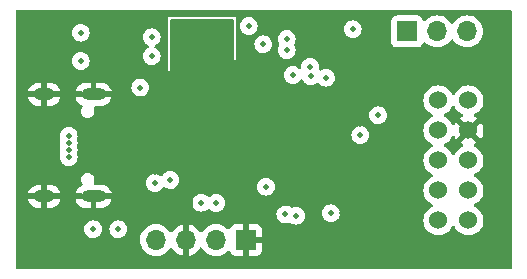
<source format=gbr>
%TF.GenerationSoftware,KiCad,Pcbnew,7.0.7*%
%TF.CreationDate,2024-02-11T21:42:05-08:00*%
%TF.ProjectId,PGL_FTDI_Prog,50474c5f-4654-4444-995f-50726f672e6b,rev?*%
%TF.SameCoordinates,Original*%
%TF.FileFunction,Copper,L3,Inr*%
%TF.FilePolarity,Positive*%
%FSLAX46Y46*%
G04 Gerber Fmt 4.6, Leading zero omitted, Abs format (unit mm)*
G04 Created by KiCad (PCBNEW 7.0.7) date 2024-02-11 21:42:05*
%MOMM*%
%LPD*%
G01*
G04 APERTURE LIST*
%TA.AperFunction,ComponentPad*%
%ADD10C,1.524000*%
%TD*%
%TA.AperFunction,ComponentPad*%
%ADD11R,1.700000X1.700000*%
%TD*%
%TA.AperFunction,ComponentPad*%
%ADD12O,1.700000X1.700000*%
%TD*%
%TA.AperFunction,ComponentPad*%
%ADD13O,2.100000X1.000000*%
%TD*%
%TA.AperFunction,ComponentPad*%
%ADD14O,1.800000X1.000000*%
%TD*%
%TA.AperFunction,ViaPad*%
%ADD15C,0.500000*%
%TD*%
G04 APERTURE END LIST*
D10*
%TO.N,Net-(J1-Pin_2)*%
%TO.C,U7*%
X102810000Y-56690000D03*
%TO.N,/UP5K_CDONE*%
X105350000Y-56690000D03*
%TO.N,/UP5K_CRESET*%
X102810000Y-59230000D03*
%TO.N,GND*%
X105350000Y-59230000D03*
%TO.N,/UP5K_UART_RX*%
X102810000Y-61770000D03*
%TO.N,/UP5K_UART_TX*%
X105350000Y-61770000D03*
%TO.N,/FLASH_CS*%
X102810000Y-64310000D03*
%TO.N,/FLASH_MISO*%
X105350000Y-64310000D03*
%TO.N,/FLASH_MOSI*%
X102810000Y-66850000D03*
%TO.N,/FLASH_SCK*%
X105350000Y-66850000D03*
%TD*%
D11*
%TO.N,+5V*%
%TO.C,J1*%
X100160000Y-50850000D03*
D12*
%TO.N,Net-(J1-Pin_2)*%
X102700000Y-50850000D03*
%TO.N,+3V3*%
X105240000Y-50850000D03*
%TD*%
D13*
%TO.N,GND*%
%TO.C,P1*%
X73605000Y-56180000D03*
D14*
X69425000Y-56180000D03*
D13*
X73605000Y-64820000D03*
D14*
X69425000Y-64820000D03*
%TD*%
D11*
%TO.N,GND*%
%TO.C,J3*%
X86520000Y-68500000D03*
D12*
%TO.N,+3V3*%
X83980000Y-68500000D03*
%TO.N,GND*%
X81440000Y-68500000D03*
%TO.N,+5V*%
X78900000Y-68500000D03*
%TD*%
D15*
%TO.N,+3V3*%
X73575000Y-67600000D03*
X75700000Y-67600000D03*
X95550000Y-50675000D03*
X77562500Y-55600000D03*
X72512500Y-53350000D03*
X84000000Y-65375000D03*
X93700000Y-66250000D03*
X88200000Y-64000000D03*
X93300000Y-54760000D03*
X80100000Y-63425000D03*
X89962500Y-52450000D03*
X72512500Y-50950000D03*
X97700000Y-57950000D03*
X96200000Y-59630000D03*
X86750000Y-50400000D03*
X82730000Y-65350000D03*
X78800000Y-63680000D03*
X90480000Y-54550000D03*
%TO.N,GND*%
X81850000Y-63750000D03*
X79150000Y-57100000D03*
X95750000Y-57000000D03*
X86850000Y-53320000D03*
X93017970Y-56831211D03*
X83450000Y-52350000D03*
X77600000Y-57100000D03*
X82400000Y-56695000D03*
X86850000Y-63750000D03*
X88800000Y-61100000D03*
X85950000Y-55300000D03*
X91000000Y-60300000D03*
X91300000Y-61900000D03*
X78800000Y-62720000D03*
X86900000Y-58750000D03*
X90945139Y-64138009D03*
X89500000Y-59000000D03*
X69800000Y-70180000D03*
X94660000Y-66250000D03*
X76950000Y-61125000D03*
X80900000Y-55475000D03*
X89900000Y-62000000D03*
X96550000Y-54200000D03*
X75700000Y-69500000D03*
X85000000Y-50270000D03*
X89520000Y-54550000D03*
X86850000Y-63000000D03*
X69800000Y-67270000D03*
X92200000Y-60900000D03*
X93950000Y-63250000D03*
X89300000Y-61600000D03*
X90500000Y-60600000D03*
X90600000Y-59800000D03*
X96200000Y-58670000D03*
X93300000Y-53800000D03*
X86850000Y-61500000D03*
X73575000Y-69500000D03*
X84650000Y-61420000D03*
X97700000Y-56050000D03*
X78350000Y-65020000D03*
X81770000Y-65350000D03*
X90600000Y-62000000D03*
X96200000Y-63480000D03*
X91700000Y-59000000D03*
X79400000Y-65020000D03*
X92237500Y-51500000D03*
X91800000Y-61400000D03*
X80720000Y-53750000D03*
X81250000Y-50650000D03*
X68250000Y-67300000D03*
X83350000Y-62480000D03*
%TO.N,+5V*%
X71500000Y-60300000D03*
X71500000Y-61500000D03*
X71500000Y-60900000D03*
X71500000Y-59700000D03*
%TO.N,Net-(U5-BCBUS4)*%
X78525000Y-51350000D03*
X91950000Y-53850000D03*
%TO.N,Net-(U5-BCBUS3)*%
X78525000Y-52950000D03*
X92000000Y-54650000D03*
%TO.N,/UP5K_CDONE*%
X89850000Y-66350000D03*
%TO.N,/UP5K_CRESET*%
X90750000Y-66450000D03*
%TO.N,/EEPROM_SPI_CS*%
X89962500Y-51500000D03*
X87975000Y-51950000D03*
%TD*%
%TA.AperFunction,Conductor*%
%TO.N,GND*%
G36*
X104943594Y-59385364D02*
G01*
X104999528Y-59427235D01*
X105010742Y-59445246D01*
X105017296Y-59458109D01*
X105022358Y-59468044D01*
X105022363Y-59468050D01*
X105111949Y-59557636D01*
X105111951Y-59557637D01*
X105111955Y-59557641D01*
X105134747Y-59569254D01*
X105185542Y-59617228D01*
X105202337Y-59685049D01*
X105179799Y-59751184D01*
X105166132Y-59767419D01*
X104651811Y-60281740D01*
X104651811Y-60281741D01*
X104716582Y-60327094D01*
X104716588Y-60327098D01*
X104845781Y-60387342D01*
X104898220Y-60433514D01*
X104917372Y-60500708D01*
X104897156Y-60567589D01*
X104845781Y-60612106D01*
X104716340Y-60672465D01*
X104716338Y-60672466D01*
X104535377Y-60799175D01*
X104379175Y-60955377D01*
X104252466Y-61136338D01*
X104252465Y-61136340D01*
X104192382Y-61265189D01*
X104146209Y-61317628D01*
X104079016Y-61336780D01*
X104012135Y-61316564D01*
X103967618Y-61265189D01*
X103907534Y-61136340D01*
X103907533Y-61136338D01*
X103780827Y-60955381D01*
X103725443Y-60899997D01*
X103624620Y-60799174D01*
X103624616Y-60799171D01*
X103624615Y-60799170D01*
X103443666Y-60672468D01*
X103443658Y-60672464D01*
X103314811Y-60612382D01*
X103262371Y-60566210D01*
X103243219Y-60499017D01*
X103263435Y-60432135D01*
X103314811Y-60387618D01*
X103320802Y-60384824D01*
X103443662Y-60327534D01*
X103624620Y-60200826D01*
X103780826Y-60044620D01*
X103907534Y-59863662D01*
X103967894Y-59734218D01*
X104014066Y-59681779D01*
X104081259Y-59662627D01*
X104148141Y-59682843D01*
X104192658Y-59734219D01*
X104252899Y-59863407D01*
X104252900Y-59863409D01*
X104298258Y-59928187D01*
X104812580Y-59413865D01*
X104873903Y-59380380D01*
X104943594Y-59385364D01*
G37*
%TD.AperFunction*%
%TA.AperFunction,Conductor*%
G36*
X104147865Y-57143435D02*
G01*
X104192382Y-57194811D01*
X104252464Y-57323658D01*
X104252468Y-57323666D01*
X104379170Y-57504615D01*
X104379175Y-57504621D01*
X104535378Y-57660824D01*
X104535384Y-57660829D01*
X104716333Y-57787531D01*
X104716335Y-57787532D01*
X104716338Y-57787534D01*
X104845189Y-57847618D01*
X104845781Y-57847894D01*
X104898220Y-57894066D01*
X104917372Y-57961260D01*
X104897156Y-58028141D01*
X104845781Y-58072658D01*
X104716586Y-58132903D01*
X104651812Y-58178257D01*
X104651811Y-58178258D01*
X105166133Y-58692580D01*
X105199618Y-58753903D01*
X105194634Y-58823595D01*
X105152762Y-58879528D01*
X105134748Y-58890745D01*
X105111956Y-58902358D01*
X105111949Y-58902363D01*
X105022363Y-58991949D01*
X105022358Y-58991956D01*
X105010745Y-59014748D01*
X104962770Y-59065544D01*
X104894949Y-59082338D01*
X104828814Y-59059800D01*
X104812580Y-59046133D01*
X104298258Y-58531811D01*
X104298257Y-58531812D01*
X104252903Y-58596586D01*
X104192658Y-58725781D01*
X104146485Y-58778220D01*
X104079292Y-58797372D01*
X104012411Y-58777156D01*
X103967894Y-58725781D01*
X103907534Y-58596340D01*
X103907533Y-58596338D01*
X103868418Y-58540476D01*
X103780826Y-58415380D01*
X103624620Y-58259174D01*
X103624616Y-58259171D01*
X103624615Y-58259170D01*
X103443666Y-58132468D01*
X103443658Y-58132464D01*
X103314811Y-58072382D01*
X103262371Y-58026210D01*
X103243219Y-57959017D01*
X103263435Y-57892135D01*
X103314811Y-57847618D01*
X103320802Y-57844824D01*
X103443662Y-57787534D01*
X103624620Y-57660826D01*
X103780826Y-57504620D01*
X103907534Y-57323662D01*
X103967617Y-57194811D01*
X104013790Y-57142371D01*
X104080983Y-57123219D01*
X104147865Y-57143435D01*
G37*
%TD.AperFunction*%
%TA.AperFunction,Conductor*%
G36*
X108942539Y-49020185D02*
G01*
X108988294Y-49072989D01*
X108999500Y-49124500D01*
X108999500Y-70875500D01*
X108979815Y-70942539D01*
X108927011Y-70988294D01*
X108875500Y-70999500D01*
X67124500Y-70999500D01*
X67057461Y-70979815D01*
X67011706Y-70927011D01*
X67000500Y-70875500D01*
X67000500Y-68500000D01*
X77544341Y-68500000D01*
X77564936Y-68735403D01*
X77564938Y-68735413D01*
X77626094Y-68963655D01*
X77626096Y-68963659D01*
X77626097Y-68963663D01*
X77705801Y-69134588D01*
X77725965Y-69177830D01*
X77725967Y-69177834D01*
X77834281Y-69332521D01*
X77861505Y-69371401D01*
X78028599Y-69538495D01*
X78105135Y-69592086D01*
X78222165Y-69674032D01*
X78222167Y-69674033D01*
X78222170Y-69674035D01*
X78436337Y-69773903D01*
X78664592Y-69835063D01*
X78835319Y-69850000D01*
X78899999Y-69855659D01*
X78900000Y-69855659D01*
X78900001Y-69855659D01*
X78964681Y-69850000D01*
X79135408Y-69835063D01*
X79363663Y-69773903D01*
X79577830Y-69674035D01*
X79771401Y-69538495D01*
X79938495Y-69371401D01*
X80068730Y-69185405D01*
X80123307Y-69141781D01*
X80192805Y-69134587D01*
X80255160Y-69166110D01*
X80271879Y-69185405D01*
X80401890Y-69371078D01*
X80568917Y-69538105D01*
X80762421Y-69673600D01*
X80976507Y-69773429D01*
X80976516Y-69773433D01*
X81190000Y-69830634D01*
X81190000Y-69112301D01*
X81209685Y-69045262D01*
X81262489Y-68999507D01*
X81331647Y-68989563D01*
X81404237Y-69000000D01*
X81404238Y-69000000D01*
X81475762Y-69000000D01*
X81475763Y-69000000D01*
X81548353Y-68989563D01*
X81617512Y-68999507D01*
X81670315Y-69045262D01*
X81690000Y-69112301D01*
X81690000Y-69830633D01*
X81903483Y-69773433D01*
X81903492Y-69773429D01*
X82117578Y-69673600D01*
X82311082Y-69538105D01*
X82478105Y-69371082D01*
X82608119Y-69185405D01*
X82662696Y-69141781D01*
X82732195Y-69134588D01*
X82794549Y-69166110D01*
X82811269Y-69185405D01*
X82941505Y-69371401D01*
X83108599Y-69538495D01*
X83185135Y-69592086D01*
X83302165Y-69674032D01*
X83302167Y-69674033D01*
X83302170Y-69674035D01*
X83516337Y-69773903D01*
X83744592Y-69835063D01*
X83915319Y-69850000D01*
X83979999Y-69855659D01*
X83980000Y-69855659D01*
X83980001Y-69855659D01*
X84044681Y-69850000D01*
X84215408Y-69835063D01*
X84443663Y-69773903D01*
X84657830Y-69674035D01*
X84851401Y-69538495D01*
X84973717Y-69416178D01*
X85035036Y-69382696D01*
X85104728Y-69387680D01*
X85160662Y-69429551D01*
X85177577Y-69460528D01*
X85226646Y-69592088D01*
X85226649Y-69592093D01*
X85312809Y-69707187D01*
X85312812Y-69707190D01*
X85427906Y-69793350D01*
X85427913Y-69793354D01*
X85562620Y-69843596D01*
X85562627Y-69843598D01*
X85622155Y-69849999D01*
X85622172Y-69850000D01*
X86269999Y-69850000D01*
X86269999Y-69112301D01*
X86289683Y-69045262D01*
X86342487Y-68999507D01*
X86411646Y-68989563D01*
X86418380Y-68990531D01*
X86484237Y-69000000D01*
X86484238Y-69000000D01*
X86555762Y-69000000D01*
X86555763Y-69000000D01*
X86628352Y-68989563D01*
X86697510Y-68999507D01*
X86750314Y-69045261D01*
X86769999Y-69112301D01*
X86769999Y-69849999D01*
X86770000Y-69850000D01*
X87417828Y-69850000D01*
X87417844Y-69849999D01*
X87477372Y-69843598D01*
X87477379Y-69843596D01*
X87612086Y-69793354D01*
X87612093Y-69793350D01*
X87727187Y-69707190D01*
X87727190Y-69707187D01*
X87813350Y-69592093D01*
X87813354Y-69592086D01*
X87863596Y-69457379D01*
X87863598Y-69457372D01*
X87869999Y-69397844D01*
X87870000Y-69397827D01*
X87870000Y-68750000D01*
X87133347Y-68750000D01*
X87066308Y-68730315D01*
X87020553Y-68677511D01*
X87010609Y-68608353D01*
X87014369Y-68591067D01*
X87020000Y-68571888D01*
X87020000Y-68428111D01*
X87014369Y-68408933D01*
X87014370Y-68339064D01*
X87052145Y-68280286D01*
X87115701Y-68251262D01*
X87133347Y-68250000D01*
X87870000Y-68250000D01*
X87870000Y-67602172D01*
X87869999Y-67602155D01*
X87863598Y-67542627D01*
X87863596Y-67542620D01*
X87813354Y-67407913D01*
X87813350Y-67407906D01*
X87727190Y-67292812D01*
X87727187Y-67292809D01*
X87612093Y-67206649D01*
X87612086Y-67206645D01*
X87477379Y-67156403D01*
X87477372Y-67156401D01*
X87417844Y-67150000D01*
X86770000Y-67150000D01*
X86769999Y-67887698D01*
X86750314Y-67954738D01*
X86697510Y-68000492D01*
X86628353Y-68010436D01*
X86555764Y-68000000D01*
X86555763Y-68000000D01*
X86484237Y-68000000D01*
X86484233Y-68000000D01*
X86411645Y-68010436D01*
X86342487Y-68000492D01*
X86289684Y-67954736D01*
X86270000Y-67887698D01*
X86270000Y-67150000D01*
X85622155Y-67150000D01*
X85562627Y-67156401D01*
X85562620Y-67156403D01*
X85427913Y-67206645D01*
X85427906Y-67206649D01*
X85312812Y-67292809D01*
X85312809Y-67292812D01*
X85226649Y-67407906D01*
X85226645Y-67407913D01*
X85177578Y-67539470D01*
X85135707Y-67595404D01*
X85070242Y-67619821D01*
X85001969Y-67604969D01*
X84973715Y-67583819D01*
X84929366Y-67539470D01*
X84851401Y-67461505D01*
X84851397Y-67461502D01*
X84851396Y-67461501D01*
X84657834Y-67325967D01*
X84657830Y-67325965D01*
X84609514Y-67303435D01*
X84443663Y-67226097D01*
X84443659Y-67226096D01*
X84443655Y-67226094D01*
X84215413Y-67164938D01*
X84215403Y-67164936D01*
X83980001Y-67144341D01*
X83979999Y-67144341D01*
X83744596Y-67164936D01*
X83744586Y-67164938D01*
X83516344Y-67226094D01*
X83516335Y-67226098D01*
X83302171Y-67325964D01*
X83302169Y-67325965D01*
X83108597Y-67461505D01*
X82941508Y-67628594D01*
X82811269Y-67814595D01*
X82756692Y-67858219D01*
X82687193Y-67865412D01*
X82624839Y-67833890D01*
X82608119Y-67814594D01*
X82478113Y-67628926D01*
X82478108Y-67628920D01*
X82311082Y-67461894D01*
X82117578Y-67326399D01*
X81903492Y-67226570D01*
X81903486Y-67226567D01*
X81690000Y-67169364D01*
X81690000Y-67887698D01*
X81670315Y-67954737D01*
X81617511Y-68000492D01*
X81548355Y-68010436D01*
X81475766Y-68000000D01*
X81475763Y-68000000D01*
X81404237Y-68000000D01*
X81404233Y-68000000D01*
X81331645Y-68010436D01*
X81262487Y-68000492D01*
X81209684Y-67954736D01*
X81190000Y-67887698D01*
X81190000Y-67169364D01*
X81189999Y-67169364D01*
X80976513Y-67226567D01*
X80976507Y-67226570D01*
X80762422Y-67326399D01*
X80762420Y-67326400D01*
X80568926Y-67461886D01*
X80568920Y-67461891D01*
X80401891Y-67628920D01*
X80401890Y-67628922D01*
X80271880Y-67814595D01*
X80217303Y-67858219D01*
X80147804Y-67865412D01*
X80085450Y-67833890D01*
X80068730Y-67814594D01*
X79938494Y-67628597D01*
X79771402Y-67461506D01*
X79771395Y-67461501D01*
X79577834Y-67325967D01*
X79577830Y-67325965D01*
X79529514Y-67303435D01*
X79363663Y-67226097D01*
X79363659Y-67226096D01*
X79363655Y-67226094D01*
X79135413Y-67164938D01*
X79135403Y-67164936D01*
X78900001Y-67144341D01*
X78899999Y-67144341D01*
X78664596Y-67164936D01*
X78664586Y-67164938D01*
X78436344Y-67226094D01*
X78436335Y-67226098D01*
X78222171Y-67325964D01*
X78222169Y-67325965D01*
X78028597Y-67461505D01*
X77861505Y-67628597D01*
X77725965Y-67822169D01*
X77725964Y-67822171D01*
X77626098Y-68036335D01*
X77626094Y-68036344D01*
X77564938Y-68264586D01*
X77564936Y-68264596D01*
X77544341Y-68499999D01*
X77544341Y-68500000D01*
X67000500Y-68500000D01*
X67000500Y-67600002D01*
X72819751Y-67600002D01*
X72838685Y-67768056D01*
X72894545Y-67927694D01*
X72894547Y-67927697D01*
X72984518Y-68070884D01*
X72984523Y-68070890D01*
X73104109Y-68190476D01*
X73104115Y-68190481D01*
X73247302Y-68280452D01*
X73247305Y-68280454D01*
X73247309Y-68280455D01*
X73247310Y-68280456D01*
X73319913Y-68305860D01*
X73406943Y-68336314D01*
X73574997Y-68355249D01*
X73575000Y-68355249D01*
X73575003Y-68355249D01*
X73743056Y-68336314D01*
X73743059Y-68336313D01*
X73902690Y-68280456D01*
X73902692Y-68280454D01*
X73902694Y-68280454D01*
X73902697Y-68280452D01*
X74045884Y-68190481D01*
X74045885Y-68190480D01*
X74045890Y-68190477D01*
X74165477Y-68070890D01*
X74187188Y-68036337D01*
X74255452Y-67927697D01*
X74255454Y-67927694D01*
X74255454Y-67927692D01*
X74255456Y-67927690D01*
X74311313Y-67768059D01*
X74311313Y-67768058D01*
X74311314Y-67768056D01*
X74330249Y-67600002D01*
X74944751Y-67600002D01*
X74963685Y-67768056D01*
X75019545Y-67927694D01*
X75019547Y-67927697D01*
X75109518Y-68070884D01*
X75109523Y-68070890D01*
X75229109Y-68190476D01*
X75229115Y-68190481D01*
X75372302Y-68280452D01*
X75372305Y-68280454D01*
X75372309Y-68280455D01*
X75372310Y-68280456D01*
X75444913Y-68305860D01*
X75531943Y-68336314D01*
X75699997Y-68355249D01*
X75700000Y-68355249D01*
X75700003Y-68355249D01*
X75868056Y-68336314D01*
X75868059Y-68336313D01*
X76027690Y-68280456D01*
X76027692Y-68280454D01*
X76027694Y-68280454D01*
X76027697Y-68280452D01*
X76170884Y-68190481D01*
X76170885Y-68190480D01*
X76170890Y-68190477D01*
X76290477Y-68070890D01*
X76312188Y-68036337D01*
X76380452Y-67927697D01*
X76380454Y-67927694D01*
X76380454Y-67927692D01*
X76380456Y-67927690D01*
X76436313Y-67768059D01*
X76436313Y-67768058D01*
X76436314Y-67768056D01*
X76455249Y-67600002D01*
X76455249Y-67599997D01*
X76436314Y-67431943D01*
X76380454Y-67272305D01*
X76380452Y-67272302D01*
X76290481Y-67129115D01*
X76290476Y-67129109D01*
X76170890Y-67009523D01*
X76170884Y-67009518D01*
X76027697Y-66919547D01*
X76027694Y-66919545D01*
X75868056Y-66863685D01*
X75700003Y-66844751D01*
X75699997Y-66844751D01*
X75531943Y-66863685D01*
X75372305Y-66919545D01*
X75372302Y-66919547D01*
X75229115Y-67009518D01*
X75229109Y-67009523D01*
X75109523Y-67129109D01*
X75109518Y-67129115D01*
X75019547Y-67272302D01*
X75019545Y-67272305D01*
X74963685Y-67431943D01*
X74944751Y-67599997D01*
X74944751Y-67600002D01*
X74330249Y-67600002D01*
X74330249Y-67599997D01*
X74311314Y-67431943D01*
X74255454Y-67272305D01*
X74255452Y-67272302D01*
X74165481Y-67129115D01*
X74165476Y-67129109D01*
X74045890Y-67009523D01*
X74045884Y-67009518D01*
X73902697Y-66919547D01*
X73902694Y-66919545D01*
X73743056Y-66863685D01*
X73575003Y-66844751D01*
X73574997Y-66844751D01*
X73406943Y-66863685D01*
X73247305Y-66919545D01*
X73247302Y-66919547D01*
X73104115Y-67009518D01*
X73104109Y-67009523D01*
X72984523Y-67129109D01*
X72984518Y-67129115D01*
X72894547Y-67272302D01*
X72894545Y-67272305D01*
X72838685Y-67431943D01*
X72819751Y-67599997D01*
X72819751Y-67600002D01*
X67000500Y-67600002D01*
X67000500Y-66350002D01*
X89094751Y-66350002D01*
X89113685Y-66518056D01*
X89169545Y-66677694D01*
X89169547Y-66677697D01*
X89259518Y-66820884D01*
X89259523Y-66820890D01*
X89379109Y-66940476D01*
X89379115Y-66940481D01*
X89522302Y-67030452D01*
X89522305Y-67030454D01*
X89522309Y-67030455D01*
X89522310Y-67030456D01*
X89550946Y-67040476D01*
X89681943Y-67086314D01*
X89849997Y-67105249D01*
X89850000Y-67105249D01*
X89850003Y-67105249D01*
X89976044Y-67091047D01*
X90018059Y-67086313D01*
X90176227Y-67030967D01*
X90246002Y-67027405D01*
X90283148Y-67043014D01*
X90326204Y-67070068D01*
X90422306Y-67130454D01*
X90422307Y-67130454D01*
X90422310Y-67130456D01*
X90528730Y-67167694D01*
X90581943Y-67186314D01*
X90749997Y-67205249D01*
X90750000Y-67205249D01*
X90750003Y-67205249D01*
X90918056Y-67186314D01*
X90918059Y-67186313D01*
X91077690Y-67130456D01*
X91077692Y-67130454D01*
X91077694Y-67130454D01*
X91077697Y-67130452D01*
X91220884Y-67040481D01*
X91220885Y-67040480D01*
X91220890Y-67040477D01*
X91340477Y-66920890D01*
X91341323Y-66919544D01*
X91430452Y-66777697D01*
X91430454Y-66777694D01*
X91430454Y-66777692D01*
X91430456Y-66777690D01*
X91486313Y-66618059D01*
X91486313Y-66618058D01*
X91486314Y-66618056D01*
X91505249Y-66450002D01*
X91505249Y-66449997D01*
X91486314Y-66281943D01*
X91475137Y-66250002D01*
X92944751Y-66250002D01*
X92963685Y-66418056D01*
X93019545Y-66577694D01*
X93019547Y-66577697D01*
X93109518Y-66720884D01*
X93109523Y-66720890D01*
X93229109Y-66840476D01*
X93229115Y-66840481D01*
X93372302Y-66930452D01*
X93372305Y-66930454D01*
X93372309Y-66930455D01*
X93372310Y-66930456D01*
X93400946Y-66940476D01*
X93531943Y-66986314D01*
X93699997Y-67005249D01*
X93700000Y-67005249D01*
X93700003Y-67005249D01*
X93868056Y-66986314D01*
X93868059Y-66986313D01*
X94027690Y-66930456D01*
X94027692Y-66930454D01*
X94027694Y-66930454D01*
X94027697Y-66930452D01*
X94155732Y-66850002D01*
X101542677Y-66850002D01*
X101561929Y-67070062D01*
X101561930Y-67070070D01*
X101619104Y-67283445D01*
X101619105Y-67283447D01*
X101619106Y-67283450D01*
X101712464Y-67483658D01*
X101712466Y-67483662D01*
X101712468Y-67483666D01*
X101839170Y-67664615D01*
X101839175Y-67664621D01*
X101995378Y-67820824D01*
X101995384Y-67820829D01*
X102176333Y-67947531D01*
X102176335Y-67947532D01*
X102176338Y-67947534D01*
X102376550Y-68040894D01*
X102589932Y-68098070D01*
X102747123Y-68111822D01*
X102809998Y-68117323D01*
X102810000Y-68117323D01*
X102810002Y-68117323D01*
X102865016Y-68112509D01*
X103030068Y-68098070D01*
X103243450Y-68040894D01*
X103443662Y-67947534D01*
X103624620Y-67820826D01*
X103780826Y-67664620D01*
X103907534Y-67483662D01*
X103967617Y-67354811D01*
X104013790Y-67302371D01*
X104080983Y-67283219D01*
X104147865Y-67303435D01*
X104192382Y-67354811D01*
X104252464Y-67483658D01*
X104252468Y-67483666D01*
X104379170Y-67664615D01*
X104379175Y-67664621D01*
X104535378Y-67820824D01*
X104535384Y-67820829D01*
X104716333Y-67947531D01*
X104716335Y-67947532D01*
X104716338Y-67947534D01*
X104916550Y-68040894D01*
X105129932Y-68098070D01*
X105287123Y-68111822D01*
X105349998Y-68117323D01*
X105350000Y-68117323D01*
X105350002Y-68117323D01*
X105405017Y-68112509D01*
X105570068Y-68098070D01*
X105783450Y-68040894D01*
X105983662Y-67947534D01*
X106164620Y-67820826D01*
X106320826Y-67664620D01*
X106447534Y-67483662D01*
X106540894Y-67283450D01*
X106598070Y-67070068D01*
X106617323Y-66850000D01*
X106598070Y-66629932D01*
X106540894Y-66416550D01*
X106447534Y-66216339D01*
X106373995Y-66111314D01*
X106320827Y-66035381D01*
X106250922Y-65965476D01*
X106164620Y-65879174D01*
X106164616Y-65879171D01*
X106164615Y-65879170D01*
X105983666Y-65752468D01*
X105983658Y-65752464D01*
X105854811Y-65692382D01*
X105802371Y-65646210D01*
X105783219Y-65579017D01*
X105803435Y-65512135D01*
X105854811Y-65467618D01*
X105860802Y-65464824D01*
X105983662Y-65407534D01*
X106164620Y-65280826D01*
X106320826Y-65124620D01*
X106447534Y-64943662D01*
X106540894Y-64743450D01*
X106598070Y-64530068D01*
X106617323Y-64310000D01*
X106598070Y-64089932D01*
X106540894Y-63876550D01*
X106447534Y-63676339D01*
X106352233Y-63540234D01*
X106320827Y-63495381D01*
X106250443Y-63424997D01*
X106164620Y-63339174D01*
X106164616Y-63339171D01*
X106164615Y-63339170D01*
X105983666Y-63212468D01*
X105983658Y-63212464D01*
X105854811Y-63152382D01*
X105802371Y-63106210D01*
X105783219Y-63039017D01*
X105803435Y-62972135D01*
X105854811Y-62927618D01*
X105860959Y-62924751D01*
X105983662Y-62867534D01*
X106164620Y-62740826D01*
X106320826Y-62584620D01*
X106447534Y-62403662D01*
X106540894Y-62203450D01*
X106598070Y-61990068D01*
X106617323Y-61770000D01*
X106598070Y-61549932D01*
X106540894Y-61336550D01*
X106447534Y-61136339D01*
X106320826Y-60955380D01*
X106164620Y-60799174D01*
X106164616Y-60799171D01*
X106164615Y-60799170D01*
X105983666Y-60672468D01*
X105983658Y-60672464D01*
X105854219Y-60612106D01*
X105801779Y-60565934D01*
X105782627Y-60498741D01*
X105802843Y-60431859D01*
X105854219Y-60387342D01*
X105983408Y-60327100D01*
X105983420Y-60327093D01*
X106048186Y-60281742D01*
X106048187Y-60281740D01*
X105533866Y-59767419D01*
X105500381Y-59706096D01*
X105505365Y-59636404D01*
X105547237Y-59580471D01*
X105565245Y-59569258D01*
X105588045Y-59557641D01*
X105677641Y-59468045D01*
X105689254Y-59445252D01*
X105737225Y-59394458D01*
X105805046Y-59377661D01*
X105871181Y-59400197D01*
X105887419Y-59413866D01*
X106401740Y-59928187D01*
X106401742Y-59928186D01*
X106447093Y-59863420D01*
X106447100Y-59863408D01*
X106540419Y-59663284D01*
X106540424Y-59663270D01*
X106597573Y-59449986D01*
X106597575Y-59449976D01*
X106616821Y-59230000D01*
X106616821Y-59229999D01*
X106597575Y-59010023D01*
X106597573Y-59010013D01*
X106540424Y-58796729D01*
X106540420Y-58796720D01*
X106447098Y-58596590D01*
X106401740Y-58531811D01*
X105887419Y-59046132D01*
X105826096Y-59079617D01*
X105756404Y-59074633D01*
X105700471Y-59032761D01*
X105689256Y-59014751D01*
X105677641Y-58991955D01*
X105677637Y-58991951D01*
X105677636Y-58991949D01*
X105588050Y-58902363D01*
X105588044Y-58902358D01*
X105571021Y-58893685D01*
X105565250Y-58890744D01*
X105514456Y-58842773D01*
X105497660Y-58774952D01*
X105520197Y-58708817D01*
X105533865Y-58692580D01*
X106048187Y-58178258D01*
X105983409Y-58132900D01*
X105983407Y-58132899D01*
X105854219Y-58072658D01*
X105801779Y-58026486D01*
X105782627Y-57959293D01*
X105802843Y-57892411D01*
X105854219Y-57847894D01*
X105854811Y-57847618D01*
X105983662Y-57787534D01*
X106164620Y-57660826D01*
X106320826Y-57504620D01*
X106447534Y-57323662D01*
X106540894Y-57123450D01*
X106598070Y-56910068D01*
X106617323Y-56690000D01*
X106598070Y-56469932D01*
X106540894Y-56256550D01*
X106447534Y-56056339D01*
X106357459Y-55927697D01*
X106320827Y-55875381D01*
X106252957Y-55807511D01*
X106164620Y-55719174D01*
X106164616Y-55719171D01*
X106164615Y-55719170D01*
X105983666Y-55592468D01*
X105983662Y-55592466D01*
X105924186Y-55564732D01*
X105783450Y-55499106D01*
X105783447Y-55499105D01*
X105783445Y-55499104D01*
X105570070Y-55441930D01*
X105570062Y-55441929D01*
X105350002Y-55422677D01*
X105349998Y-55422677D01*
X105129937Y-55441929D01*
X105129929Y-55441930D01*
X104916554Y-55499104D01*
X104916548Y-55499107D01*
X104716340Y-55592465D01*
X104716338Y-55592466D01*
X104535377Y-55719175D01*
X104379175Y-55875377D01*
X104252466Y-56056338D01*
X104252465Y-56056340D01*
X104192382Y-56185189D01*
X104146209Y-56237628D01*
X104079016Y-56256780D01*
X104012135Y-56236564D01*
X103967618Y-56185189D01*
X103926253Y-56096482D01*
X103907534Y-56056339D01*
X103817459Y-55927697D01*
X103780827Y-55875381D01*
X103712957Y-55807511D01*
X103624620Y-55719174D01*
X103624616Y-55719171D01*
X103624615Y-55719170D01*
X103443666Y-55592468D01*
X103443662Y-55592466D01*
X103384186Y-55564732D01*
X103243450Y-55499106D01*
X103243447Y-55499105D01*
X103243445Y-55499104D01*
X103030070Y-55441930D01*
X103030062Y-55441929D01*
X102810002Y-55422677D01*
X102809998Y-55422677D01*
X102589937Y-55441929D01*
X102589929Y-55441930D01*
X102376554Y-55499104D01*
X102376548Y-55499107D01*
X102176340Y-55592465D01*
X102176338Y-55592466D01*
X101995377Y-55719175D01*
X101839175Y-55875377D01*
X101712466Y-56056338D01*
X101712465Y-56056340D01*
X101619107Y-56256548D01*
X101619104Y-56256554D01*
X101561930Y-56469929D01*
X101561929Y-56469937D01*
X101542677Y-56689997D01*
X101542677Y-56690002D01*
X101561929Y-56910062D01*
X101561930Y-56910070D01*
X101619104Y-57123445D01*
X101619105Y-57123447D01*
X101619106Y-57123450D01*
X101687231Y-57269545D01*
X101712466Y-57323662D01*
X101712468Y-57323666D01*
X101839170Y-57504615D01*
X101839175Y-57504621D01*
X101995378Y-57660824D01*
X101995384Y-57660829D01*
X102176333Y-57787531D01*
X102176335Y-57787532D01*
X102176338Y-57787534D01*
X102295748Y-57843215D01*
X102305189Y-57847618D01*
X102357628Y-57893790D01*
X102376780Y-57960984D01*
X102356564Y-58027865D01*
X102305189Y-58072382D01*
X102176340Y-58132465D01*
X102176338Y-58132466D01*
X101995377Y-58259175D01*
X101839175Y-58415377D01*
X101712466Y-58596338D01*
X101712465Y-58596340D01*
X101619107Y-58796548D01*
X101619104Y-58796554D01*
X101561930Y-59009929D01*
X101561929Y-59009937D01*
X101542677Y-59229997D01*
X101542677Y-59230002D01*
X101561929Y-59450062D01*
X101561930Y-59450070D01*
X101619104Y-59663445D01*
X101619105Y-59663447D01*
X101619106Y-59663450D01*
X101681874Y-59798056D01*
X101712466Y-59863662D01*
X101712468Y-59863666D01*
X101839170Y-60044615D01*
X101839175Y-60044621D01*
X101995378Y-60200824D01*
X101995384Y-60200829D01*
X102176333Y-60327531D01*
X102176335Y-60327532D01*
X102176338Y-60327534D01*
X102295748Y-60383215D01*
X102305189Y-60387618D01*
X102357628Y-60433790D01*
X102376780Y-60500984D01*
X102356564Y-60567865D01*
X102305189Y-60612382D01*
X102176340Y-60672465D01*
X102176338Y-60672466D01*
X101995377Y-60799175D01*
X101839175Y-60955377D01*
X101712466Y-61136338D01*
X101712465Y-61136340D01*
X101619107Y-61336548D01*
X101619104Y-61336554D01*
X101561930Y-61549929D01*
X101561929Y-61549937D01*
X101542677Y-61769997D01*
X101542677Y-61770002D01*
X101561929Y-61990062D01*
X101561930Y-61990070D01*
X101619104Y-62203445D01*
X101619105Y-62203447D01*
X101619106Y-62203450D01*
X101652382Y-62274811D01*
X101712466Y-62403662D01*
X101712468Y-62403666D01*
X101839170Y-62584615D01*
X101839175Y-62584621D01*
X101995378Y-62740824D01*
X101995384Y-62740829D01*
X102176333Y-62867531D01*
X102176335Y-62867532D01*
X102176338Y-62867534D01*
X102295748Y-62923215D01*
X102305189Y-62927618D01*
X102357628Y-62973790D01*
X102376780Y-63040984D01*
X102356564Y-63107865D01*
X102305189Y-63152382D01*
X102176340Y-63212465D01*
X102176338Y-63212466D01*
X101995377Y-63339175D01*
X101839175Y-63495377D01*
X101712466Y-63676338D01*
X101712465Y-63676340D01*
X101619107Y-63876548D01*
X101619104Y-63876554D01*
X101561930Y-64089929D01*
X101561929Y-64089937D01*
X101542677Y-64309997D01*
X101542677Y-64310002D01*
X101561929Y-64530062D01*
X101561930Y-64530070D01*
X101619104Y-64743445D01*
X101619105Y-64743447D01*
X101619106Y-64743450D01*
X101683683Y-64881936D01*
X101712466Y-64943662D01*
X101712468Y-64943666D01*
X101839170Y-65124615D01*
X101839175Y-65124621D01*
X101995378Y-65280824D01*
X101995384Y-65280829D01*
X102176333Y-65407531D01*
X102176335Y-65407532D01*
X102176338Y-65407534D01*
X102235812Y-65435267D01*
X102305189Y-65467618D01*
X102357628Y-65513790D01*
X102376780Y-65580984D01*
X102356564Y-65647865D01*
X102305189Y-65692382D01*
X102176340Y-65752465D01*
X102176338Y-65752466D01*
X101995377Y-65879175D01*
X101839175Y-66035377D01*
X101712466Y-66216338D01*
X101712465Y-66216340D01*
X101619107Y-66416548D01*
X101619104Y-66416554D01*
X101561930Y-66629929D01*
X101561929Y-66629937D01*
X101542677Y-66849997D01*
X101542677Y-66850002D01*
X94155732Y-66850002D01*
X94170884Y-66840481D01*
X94170885Y-66840480D01*
X94170890Y-66840477D01*
X94290477Y-66720890D01*
X94347632Y-66629929D01*
X94380452Y-66577697D01*
X94380454Y-66577694D01*
X94380454Y-66577692D01*
X94380456Y-66577690D01*
X94436313Y-66418059D01*
X94436313Y-66418058D01*
X94436314Y-66418056D01*
X94455249Y-66250002D01*
X94455249Y-66249997D01*
X94436314Y-66081943D01*
X94386813Y-65940477D01*
X94380456Y-65922310D01*
X94380455Y-65922309D01*
X94380454Y-65922305D01*
X94380452Y-65922302D01*
X94290481Y-65779115D01*
X94290476Y-65779109D01*
X94170890Y-65659523D01*
X94170884Y-65659518D01*
X94027697Y-65569547D01*
X94027694Y-65569545D01*
X93868056Y-65513685D01*
X93700003Y-65494751D01*
X93699997Y-65494751D01*
X93531943Y-65513685D01*
X93372305Y-65569545D01*
X93372302Y-65569547D01*
X93229115Y-65659518D01*
X93229109Y-65659523D01*
X93109523Y-65779109D01*
X93109518Y-65779115D01*
X93019547Y-65922302D01*
X93019545Y-65922305D01*
X92963685Y-66081943D01*
X92944751Y-66249997D01*
X92944751Y-66250002D01*
X91475137Y-66250002D01*
X91430454Y-66122305D01*
X91430452Y-66122302D01*
X91340481Y-65979115D01*
X91340476Y-65979109D01*
X91220890Y-65859523D01*
X91220884Y-65859518D01*
X91077697Y-65769547D01*
X91077694Y-65769545D01*
X90918056Y-65713685D01*
X90750003Y-65694751D01*
X90749997Y-65694751D01*
X90581942Y-65713686D01*
X90423774Y-65769031D01*
X90353995Y-65772592D01*
X90316848Y-65756983D01*
X90177692Y-65669545D01*
X90177691Y-65669544D01*
X90177690Y-65669544D01*
X90115735Y-65647865D01*
X90018056Y-65613685D01*
X89850003Y-65594751D01*
X89849997Y-65594751D01*
X89681943Y-65613685D01*
X89522305Y-65669545D01*
X89522302Y-65669547D01*
X89379115Y-65759518D01*
X89379109Y-65759523D01*
X89259523Y-65879109D01*
X89259518Y-65879115D01*
X89169547Y-66022302D01*
X89169545Y-66022305D01*
X89113685Y-66181943D01*
X89094751Y-66349997D01*
X89094751Y-66350002D01*
X67000500Y-66350002D01*
X67000500Y-65070000D01*
X68051634Y-65070000D01*
X68051931Y-65071946D01*
X68051933Y-65071952D01*
X68122562Y-65262657D01*
X68122565Y-65262664D01*
X68230149Y-65435267D01*
X68370264Y-65582668D01*
X68370266Y-65582669D01*
X68537195Y-65698856D01*
X68724092Y-65779059D01*
X68923310Y-65820000D01*
X69175000Y-65820000D01*
X69175000Y-65244000D01*
X69194685Y-65176961D01*
X69247489Y-65131206D01*
X69299000Y-65120000D01*
X69551000Y-65120000D01*
X69618039Y-65139685D01*
X69663794Y-65192489D01*
X69675000Y-65244000D01*
X69675000Y-65820000D01*
X69875713Y-65820000D01*
X70027338Y-65804581D01*
X70221381Y-65743700D01*
X70221391Y-65743695D01*
X70399215Y-65644994D01*
X70399216Y-65644994D01*
X70553530Y-65512521D01*
X70553531Y-65512520D01*
X70678018Y-65351695D01*
X70767588Y-65169093D01*
X70793246Y-65070000D01*
X72081634Y-65070000D01*
X72081931Y-65071946D01*
X72081933Y-65071952D01*
X72152562Y-65262657D01*
X72152565Y-65262664D01*
X72260149Y-65435267D01*
X72400264Y-65582668D01*
X72400266Y-65582669D01*
X72567195Y-65698856D01*
X72754092Y-65779059D01*
X72953310Y-65820000D01*
X73355000Y-65820000D01*
X73355000Y-65244000D01*
X73374685Y-65176961D01*
X73427489Y-65131206D01*
X73479000Y-65120000D01*
X73731000Y-65120000D01*
X73798039Y-65139685D01*
X73843794Y-65192489D01*
X73855000Y-65244000D01*
X73855000Y-65820000D01*
X74205713Y-65820000D01*
X74357338Y-65804581D01*
X74551381Y-65743700D01*
X74551391Y-65743695D01*
X74729215Y-65644994D01*
X74729216Y-65644994D01*
X74883530Y-65512521D01*
X74883531Y-65512520D01*
X75008018Y-65351695D01*
X75008848Y-65350002D01*
X81974751Y-65350002D01*
X81993685Y-65518056D01*
X82049545Y-65677694D01*
X82049547Y-65677697D01*
X82139518Y-65820884D01*
X82139523Y-65820890D01*
X82259109Y-65940476D01*
X82259115Y-65940481D01*
X82402302Y-66030452D01*
X82402305Y-66030454D01*
X82402309Y-66030455D01*
X82402310Y-66030456D01*
X82416385Y-66035381D01*
X82561943Y-66086314D01*
X82729997Y-66105249D01*
X82730000Y-66105249D01*
X82730003Y-66105249D01*
X82898056Y-66086314D01*
X82910548Y-66081943D01*
X83057690Y-66030456D01*
X83057692Y-66030454D01*
X83057694Y-66030454D01*
X83057697Y-66030452D01*
X83200884Y-65940481D01*
X83200885Y-65940480D01*
X83200890Y-65940477D01*
X83264819Y-65876547D01*
X83326142Y-65843063D01*
X83395834Y-65848047D01*
X83440181Y-65876548D01*
X83529109Y-65965476D01*
X83529115Y-65965481D01*
X83672302Y-66055452D01*
X83672305Y-66055454D01*
X83672309Y-66055455D01*
X83672310Y-66055456D01*
X83744913Y-66080860D01*
X83831943Y-66111314D01*
X83999997Y-66130249D01*
X84000000Y-66130249D01*
X84000003Y-66130249D01*
X84168056Y-66111314D01*
X84239502Y-66086314D01*
X84327690Y-66055456D01*
X84327692Y-66055454D01*
X84327694Y-66055454D01*
X84327697Y-66055452D01*
X84470884Y-65965481D01*
X84470885Y-65965480D01*
X84470890Y-65965477D01*
X84590477Y-65845890D01*
X84590481Y-65845884D01*
X84680452Y-65702697D01*
X84680454Y-65702694D01*
X84680454Y-65702692D01*
X84680456Y-65702690D01*
X84736313Y-65543059D01*
X84736313Y-65543058D01*
X84736314Y-65543056D01*
X84755249Y-65375002D01*
X84755249Y-65374997D01*
X84736314Y-65206943D01*
X84691714Y-65079484D01*
X84680456Y-65047310D01*
X84680455Y-65047309D01*
X84680454Y-65047305D01*
X84680452Y-65047302D01*
X84590481Y-64904115D01*
X84590476Y-64904109D01*
X84470890Y-64784523D01*
X84470884Y-64784518D01*
X84327697Y-64694547D01*
X84327694Y-64694545D01*
X84168056Y-64638685D01*
X84000003Y-64619751D01*
X83999997Y-64619751D01*
X83831943Y-64638685D01*
X83672305Y-64694545D01*
X83672302Y-64694547D01*
X83529115Y-64784518D01*
X83465181Y-64848452D01*
X83403857Y-64881936D01*
X83334166Y-64876951D01*
X83289819Y-64848452D01*
X83256178Y-64814811D01*
X83200890Y-64759523D01*
X83200887Y-64759521D01*
X83200886Y-64759520D01*
X83200884Y-64759518D01*
X83057697Y-64669547D01*
X83057694Y-64669545D01*
X82898056Y-64613685D01*
X82730003Y-64594751D01*
X82729997Y-64594751D01*
X82561943Y-64613685D01*
X82402305Y-64669545D01*
X82402302Y-64669547D01*
X82259115Y-64759518D01*
X82259109Y-64759523D01*
X82139523Y-64879109D01*
X82139518Y-64879115D01*
X82049547Y-65022302D01*
X82049545Y-65022305D01*
X81993685Y-65181943D01*
X81974751Y-65349997D01*
X81974751Y-65350002D01*
X75008848Y-65350002D01*
X75097588Y-65169093D01*
X75123246Y-65070000D01*
X74559979Y-65070000D01*
X74492940Y-65050315D01*
X74447185Y-64997511D01*
X74437241Y-64928353D01*
X74440713Y-64912066D01*
X74452833Y-64869465D01*
X74458895Y-64848160D01*
X74448546Y-64736479D01*
X74448544Y-64736475D01*
X74446115Y-64727937D01*
X74446701Y-64658070D01*
X74484966Y-64599610D01*
X74548763Y-64571119D01*
X74565381Y-64570000D01*
X75128366Y-64570000D01*
X75128068Y-64568053D01*
X75128066Y-64568047D01*
X75057437Y-64377342D01*
X75057434Y-64377335D01*
X74949850Y-64204732D01*
X74809735Y-64057331D01*
X74809733Y-64057330D01*
X74642804Y-63941143D01*
X74455907Y-63860940D01*
X74256690Y-63820000D01*
X73735384Y-63820000D01*
X73668345Y-63800315D01*
X73622590Y-63747511D01*
X73612883Y-63680002D01*
X78044751Y-63680002D01*
X78063685Y-63848056D01*
X78119545Y-64007694D01*
X78119547Y-64007697D01*
X78209518Y-64150884D01*
X78209523Y-64150890D01*
X78329109Y-64270476D01*
X78329115Y-64270481D01*
X78472302Y-64360452D01*
X78472305Y-64360454D01*
X78472309Y-64360455D01*
X78472310Y-64360456D01*
X78520548Y-64377335D01*
X78631943Y-64416314D01*
X78799997Y-64435249D01*
X78800000Y-64435249D01*
X78800003Y-64435249D01*
X78968056Y-64416314D01*
X78968059Y-64416313D01*
X79127690Y-64360456D01*
X79127692Y-64360454D01*
X79127694Y-64360454D01*
X79127697Y-64360452D01*
X79270884Y-64270481D01*
X79270885Y-64270480D01*
X79270890Y-64270477D01*
X79390477Y-64150890D01*
X79453054Y-64051298D01*
X79505388Y-64005009D01*
X79574441Y-63994361D01*
X79624019Y-64012278D01*
X79629109Y-64015476D01*
X79629110Y-64015477D01*
X79772310Y-64105456D01*
X79893621Y-64147904D01*
X79931943Y-64161314D01*
X80099997Y-64180249D01*
X80100000Y-64180249D01*
X80100003Y-64180249D01*
X80268056Y-64161314D01*
X80297846Y-64150890D01*
X80427690Y-64105456D01*
X80427692Y-64105454D01*
X80427694Y-64105454D01*
X80427697Y-64105452D01*
X80570884Y-64015481D01*
X80570885Y-64015480D01*
X80570890Y-64015477D01*
X80586365Y-64000002D01*
X87444751Y-64000002D01*
X87463685Y-64168056D01*
X87519545Y-64327694D01*
X87519547Y-64327697D01*
X87609518Y-64470884D01*
X87609523Y-64470890D01*
X87729109Y-64590476D01*
X87729115Y-64590481D01*
X87872302Y-64680452D01*
X87872305Y-64680454D01*
X87872309Y-64680455D01*
X87872310Y-64680456D01*
X87912580Y-64694547D01*
X88031943Y-64736314D01*
X88199997Y-64755249D01*
X88200000Y-64755249D01*
X88200003Y-64755249D01*
X88368056Y-64736314D01*
X88392005Y-64727934D01*
X88527690Y-64680456D01*
X88527692Y-64680454D01*
X88527694Y-64680454D01*
X88527697Y-64680452D01*
X88670884Y-64590481D01*
X88670885Y-64590480D01*
X88670890Y-64590477D01*
X88790477Y-64470890D01*
X88837534Y-64396000D01*
X88880452Y-64327697D01*
X88880454Y-64327694D01*
X88880454Y-64327692D01*
X88880456Y-64327690D01*
X88936313Y-64168059D01*
X88936313Y-64168058D01*
X88936314Y-64168056D01*
X88955249Y-64000002D01*
X88955249Y-63999997D01*
X88936314Y-63831943D01*
X88883227Y-63680230D01*
X88880456Y-63672310D01*
X88880455Y-63672309D01*
X88880454Y-63672305D01*
X88880452Y-63672302D01*
X88790481Y-63529115D01*
X88790476Y-63529109D01*
X88670890Y-63409523D01*
X88670884Y-63409518D01*
X88527697Y-63319547D01*
X88527694Y-63319545D01*
X88368056Y-63263685D01*
X88200003Y-63244751D01*
X88199997Y-63244751D01*
X88031943Y-63263685D01*
X87872305Y-63319545D01*
X87872302Y-63319547D01*
X87729115Y-63409518D01*
X87729109Y-63409523D01*
X87609523Y-63529109D01*
X87609518Y-63529115D01*
X87519547Y-63672302D01*
X87519545Y-63672305D01*
X87463685Y-63831943D01*
X87444751Y-63999997D01*
X87444751Y-64000002D01*
X80586365Y-64000002D01*
X80690477Y-63895890D01*
X80702629Y-63876550D01*
X80780452Y-63752697D01*
X80780454Y-63752694D01*
X80780454Y-63752692D01*
X80780456Y-63752690D01*
X80836313Y-63593059D01*
X80836313Y-63593058D01*
X80836314Y-63593056D01*
X80855249Y-63425002D01*
X80855249Y-63424997D01*
X80836314Y-63256943D01*
X80788083Y-63119106D01*
X80780456Y-63097310D01*
X80780455Y-63097309D01*
X80780454Y-63097305D01*
X80780452Y-63097302D01*
X80690481Y-62954115D01*
X80690476Y-62954109D01*
X80570890Y-62834523D01*
X80570884Y-62834518D01*
X80427697Y-62744547D01*
X80427694Y-62744545D01*
X80268056Y-62688685D01*
X80100003Y-62669751D01*
X80099997Y-62669751D01*
X79931943Y-62688685D01*
X79772305Y-62744545D01*
X79772302Y-62744547D01*
X79629115Y-62834518D01*
X79629109Y-62834523D01*
X79509523Y-62954109D01*
X79509521Y-62954112D01*
X79446945Y-63053700D01*
X79394610Y-63099991D01*
X79325557Y-63110638D01*
X79275980Y-63092721D01*
X79127692Y-62999545D01*
X79127691Y-62999544D01*
X79127690Y-62999544D01*
X79089370Y-62986135D01*
X78968056Y-62943685D01*
X78800003Y-62924751D01*
X78799997Y-62924751D01*
X78631943Y-62943685D01*
X78472305Y-62999545D01*
X78472302Y-62999547D01*
X78329115Y-63089518D01*
X78329109Y-63089523D01*
X78209523Y-63209109D01*
X78209518Y-63209115D01*
X78119547Y-63352302D01*
X78119545Y-63352305D01*
X78063685Y-63511943D01*
X78044751Y-63679997D01*
X78044751Y-63680002D01*
X73612883Y-63680002D01*
X73612646Y-63678353D01*
X73620823Y-63648547D01*
X73626716Y-63634319D01*
X73665687Y-63540236D01*
X73685466Y-63390000D01*
X73665687Y-63239764D01*
X73607698Y-63099767D01*
X73515451Y-62979549D01*
X73395233Y-62887302D01*
X73395229Y-62887300D01*
X73331801Y-62861027D01*
X73255236Y-62829313D01*
X73241171Y-62827461D01*
X73142727Y-62814500D01*
X73142720Y-62814500D01*
X73067280Y-62814500D01*
X73067272Y-62814500D01*
X72954764Y-62829313D01*
X72954763Y-62829313D01*
X72814770Y-62887300D01*
X72814767Y-62887301D01*
X72814767Y-62887302D01*
X72694549Y-62979549D01*
X72604188Y-63097310D01*
X72602300Y-63099770D01*
X72544313Y-63239763D01*
X72544312Y-63239765D01*
X72524534Y-63389999D01*
X72524534Y-63390000D01*
X72544312Y-63540234D01*
X72544313Y-63540236D01*
X72602300Y-63680230D01*
X72602302Y-63680233D01*
X72647839Y-63739578D01*
X72673033Y-63804747D01*
X72658995Y-63873192D01*
X72610181Y-63923181D01*
X72609641Y-63923483D01*
X72480784Y-63995004D01*
X72480783Y-63995005D01*
X72326469Y-64127478D01*
X72326468Y-64127479D01*
X72201981Y-64288304D01*
X72112411Y-64470906D01*
X72086754Y-64570000D01*
X72650021Y-64570000D01*
X72717060Y-64589685D01*
X72762815Y-64642489D01*
X72772759Y-64711647D01*
X72769287Y-64727934D01*
X72751105Y-64791837D01*
X72751104Y-64791837D01*
X72761453Y-64903517D01*
X72763885Y-64912063D01*
X72763299Y-64981930D01*
X72725034Y-65040390D01*
X72661237Y-65068881D01*
X72644619Y-65070000D01*
X72081634Y-65070000D01*
X70793246Y-65070000D01*
X70229979Y-65070000D01*
X70162940Y-65050315D01*
X70117185Y-64997511D01*
X70107241Y-64928353D01*
X70110713Y-64912066D01*
X70122833Y-64869465D01*
X70128895Y-64848160D01*
X70118546Y-64736479D01*
X70118544Y-64736475D01*
X70116115Y-64727937D01*
X70116701Y-64658070D01*
X70154966Y-64599610D01*
X70218763Y-64571119D01*
X70235381Y-64570000D01*
X70798366Y-64570000D01*
X70798068Y-64568053D01*
X70798066Y-64568047D01*
X70727437Y-64377342D01*
X70727434Y-64377335D01*
X70619850Y-64204732D01*
X70479735Y-64057331D01*
X70479733Y-64057330D01*
X70312804Y-63941143D01*
X70125907Y-63860940D01*
X69926690Y-63820000D01*
X69675000Y-63820000D01*
X69675000Y-64396000D01*
X69655315Y-64463039D01*
X69602511Y-64508794D01*
X69551000Y-64520000D01*
X69299000Y-64520000D01*
X69231961Y-64500315D01*
X69186206Y-64447511D01*
X69175000Y-64396000D01*
X69175000Y-63820000D01*
X68974287Y-63820000D01*
X68822661Y-63835418D01*
X68628618Y-63896299D01*
X68628608Y-63896304D01*
X68450784Y-63995005D01*
X68450783Y-63995005D01*
X68296469Y-64127478D01*
X68296468Y-64127479D01*
X68171981Y-64288304D01*
X68082411Y-64470906D01*
X68056754Y-64570000D01*
X68620021Y-64570000D01*
X68687060Y-64589685D01*
X68732815Y-64642489D01*
X68742759Y-64711647D01*
X68739287Y-64727934D01*
X68721105Y-64791837D01*
X68721104Y-64791837D01*
X68731453Y-64903517D01*
X68733885Y-64912063D01*
X68733299Y-64981930D01*
X68695034Y-65040390D01*
X68631237Y-65068881D01*
X68614619Y-65070000D01*
X68051634Y-65070000D01*
X67000500Y-65070000D01*
X67000500Y-61500002D01*
X70744751Y-61500002D01*
X70763685Y-61668056D01*
X70819545Y-61827694D01*
X70819547Y-61827697D01*
X70909518Y-61970884D01*
X70909523Y-61970890D01*
X71029109Y-62090476D01*
X71029115Y-62090481D01*
X71172302Y-62180452D01*
X71172305Y-62180454D01*
X71172309Y-62180455D01*
X71172310Y-62180456D01*
X71238026Y-62203451D01*
X71331943Y-62236314D01*
X71499997Y-62255249D01*
X71500000Y-62255249D01*
X71500003Y-62255249D01*
X71668056Y-62236314D01*
X71707903Y-62222371D01*
X71827690Y-62180456D01*
X71827692Y-62180454D01*
X71827694Y-62180454D01*
X71827697Y-62180452D01*
X71970884Y-62090481D01*
X71970885Y-62090480D01*
X71970890Y-62090477D01*
X72090477Y-61970890D01*
X72180452Y-61827697D01*
X72180454Y-61827694D01*
X72180454Y-61827692D01*
X72180456Y-61827690D01*
X72236313Y-61668059D01*
X72236313Y-61668058D01*
X72236314Y-61668056D01*
X72255249Y-61500002D01*
X72255249Y-61499997D01*
X72236314Y-61331945D01*
X72236313Y-61331941D01*
X72204475Y-61240952D01*
X72200914Y-61171173D01*
X72204476Y-61159043D01*
X72236314Y-61068056D01*
X72255249Y-60900002D01*
X72255249Y-60899997D01*
X72236314Y-60731945D01*
X72236313Y-60731941D01*
X72204475Y-60640952D01*
X72200914Y-60571173D01*
X72204476Y-60559043D01*
X72224200Y-60502677D01*
X72236313Y-60468059D01*
X72236313Y-60468058D01*
X72236314Y-60468056D01*
X72255249Y-60300002D01*
X72255249Y-60299997D01*
X72236313Y-60131940D01*
X72236313Y-60131939D01*
X72204476Y-60040955D01*
X72200914Y-59971176D01*
X72204476Y-59959045D01*
X72236313Y-59868060D01*
X72236313Y-59868059D01*
X72255249Y-59700002D01*
X72255249Y-59699997D01*
X72247363Y-59630002D01*
X95444751Y-59630002D01*
X95463685Y-59798056D01*
X95519545Y-59957694D01*
X95519547Y-59957697D01*
X95609518Y-60100884D01*
X95609523Y-60100890D01*
X95729109Y-60220476D01*
X95729115Y-60220481D01*
X95872302Y-60310452D01*
X95872305Y-60310454D01*
X95872309Y-60310455D01*
X95872310Y-60310456D01*
X95921119Y-60327535D01*
X96031943Y-60366314D01*
X96199997Y-60385249D01*
X96200000Y-60385249D01*
X96200003Y-60385249D01*
X96368056Y-60366314D01*
X96368059Y-60366313D01*
X96527690Y-60310456D01*
X96527692Y-60310454D01*
X96527694Y-60310454D01*
X96527697Y-60310452D01*
X96670884Y-60220481D01*
X96670885Y-60220480D01*
X96670890Y-60220477D01*
X96790477Y-60100890D01*
X96790481Y-60100884D01*
X96880452Y-59957697D01*
X96880454Y-59957694D01*
X96880454Y-59957692D01*
X96880456Y-59957690D01*
X96936313Y-59798059D01*
X96936313Y-59798058D01*
X96936314Y-59798056D01*
X96955249Y-59630002D01*
X96955249Y-59629997D01*
X96936314Y-59461943D01*
X96880454Y-59302305D01*
X96880452Y-59302302D01*
X96790481Y-59159115D01*
X96790476Y-59159109D01*
X96670890Y-59039523D01*
X96670884Y-59039518D01*
X96527697Y-58949547D01*
X96527694Y-58949545D01*
X96368056Y-58893685D01*
X96200003Y-58874751D01*
X96199997Y-58874751D01*
X96031943Y-58893685D01*
X95872305Y-58949545D01*
X95872302Y-58949547D01*
X95729115Y-59039518D01*
X95729109Y-59039523D01*
X95609523Y-59159109D01*
X95609518Y-59159115D01*
X95519547Y-59302302D01*
X95519545Y-59302305D01*
X95463685Y-59461943D01*
X95444751Y-59629997D01*
X95444751Y-59630002D01*
X72247363Y-59630002D01*
X72236314Y-59531943D01*
X72180454Y-59372305D01*
X72180452Y-59372302D01*
X72090481Y-59229115D01*
X72090476Y-59229109D01*
X71970890Y-59109523D01*
X71970884Y-59109518D01*
X71827697Y-59019547D01*
X71827694Y-59019545D01*
X71668056Y-58963685D01*
X71500003Y-58944751D01*
X71499997Y-58944751D01*
X71331943Y-58963685D01*
X71172305Y-59019545D01*
X71172302Y-59019547D01*
X71029115Y-59109518D01*
X71029109Y-59109523D01*
X70909523Y-59229109D01*
X70909518Y-59229115D01*
X70819547Y-59372302D01*
X70819545Y-59372305D01*
X70763685Y-59531943D01*
X70744751Y-59699997D01*
X70744751Y-59700002D01*
X70763686Y-59868058D01*
X70795523Y-59959047D01*
X70799084Y-60028826D01*
X70795523Y-60040953D01*
X70763686Y-60131941D01*
X70744751Y-60299997D01*
X70744751Y-60300002D01*
X70763686Y-60468056D01*
X70763686Y-60468058D01*
X70763687Y-60468059D01*
X70774519Y-60499017D01*
X70795524Y-60559045D01*
X70799085Y-60628824D01*
X70795524Y-60640952D01*
X70763686Y-60731941D01*
X70744751Y-60899997D01*
X70744751Y-60900002D01*
X70763686Y-61068056D01*
X70763686Y-61068058D01*
X70763687Y-61068059D01*
X70787578Y-61136338D01*
X70795524Y-61159045D01*
X70799085Y-61228824D01*
X70795524Y-61240952D01*
X70763686Y-61331941D01*
X70744751Y-61499997D01*
X70744751Y-61500002D01*
X67000500Y-61500002D01*
X67000500Y-56430000D01*
X68051634Y-56430000D01*
X68051931Y-56431946D01*
X68051933Y-56431952D01*
X68122562Y-56622657D01*
X68122565Y-56622664D01*
X68230149Y-56795267D01*
X68370264Y-56942668D01*
X68370266Y-56942669D01*
X68537195Y-57058856D01*
X68724092Y-57139059D01*
X68923310Y-57180000D01*
X69175000Y-57180000D01*
X69175000Y-56604000D01*
X69194685Y-56536961D01*
X69247489Y-56491206D01*
X69299000Y-56480000D01*
X69551000Y-56480000D01*
X69618039Y-56499685D01*
X69663794Y-56552489D01*
X69675000Y-56604000D01*
X69675000Y-57180000D01*
X69875713Y-57180000D01*
X70027338Y-57164581D01*
X70221381Y-57103700D01*
X70221391Y-57103695D01*
X70399215Y-57004994D01*
X70399216Y-57004994D01*
X70553530Y-56872521D01*
X70553531Y-56872520D01*
X70678018Y-56711695D01*
X70767588Y-56529093D01*
X70793246Y-56430000D01*
X72081634Y-56430000D01*
X72081931Y-56431946D01*
X72081933Y-56431952D01*
X72152562Y-56622657D01*
X72152565Y-56622664D01*
X72260149Y-56795267D01*
X72400264Y-56942668D01*
X72400266Y-56942669D01*
X72567195Y-57058856D01*
X72597643Y-57071922D01*
X72651486Y-57116448D01*
X72672710Y-57183017D01*
X72654575Y-57250492D01*
X72647120Y-57261358D01*
X72602301Y-57319767D01*
X72602300Y-57319769D01*
X72544313Y-57459763D01*
X72544312Y-57459765D01*
X72524534Y-57609999D01*
X72524534Y-57610000D01*
X72544312Y-57760234D01*
X72544313Y-57760236D01*
X72599747Y-57894066D01*
X72602302Y-57900233D01*
X72694549Y-58020451D01*
X72814767Y-58112698D01*
X72954764Y-58170687D01*
X73067280Y-58185500D01*
X73067287Y-58185500D01*
X73142713Y-58185500D01*
X73142720Y-58185500D01*
X73255236Y-58170687D01*
X73395233Y-58112698D01*
X73515451Y-58020451D01*
X73569509Y-57950002D01*
X96944751Y-57950002D01*
X96963685Y-58118056D01*
X97019545Y-58277694D01*
X97019547Y-58277697D01*
X97109518Y-58420884D01*
X97109523Y-58420890D01*
X97229109Y-58540476D01*
X97229115Y-58540481D01*
X97372302Y-58630452D01*
X97372305Y-58630454D01*
X97372309Y-58630455D01*
X97372310Y-58630456D01*
X97444913Y-58655860D01*
X97531943Y-58686314D01*
X97699997Y-58705249D01*
X97700000Y-58705249D01*
X97700003Y-58705249D01*
X97868056Y-58686314D01*
X97868059Y-58686313D01*
X98027690Y-58630456D01*
X98027692Y-58630454D01*
X98027694Y-58630454D01*
X98027697Y-58630452D01*
X98170884Y-58540481D01*
X98170885Y-58540480D01*
X98170890Y-58540477D01*
X98290477Y-58420890D01*
X98380452Y-58277697D01*
X98380454Y-58277694D01*
X98380454Y-58277692D01*
X98380456Y-58277690D01*
X98436313Y-58118059D01*
X98436313Y-58118058D01*
X98436314Y-58118056D01*
X98455249Y-57950002D01*
X98455249Y-57949997D01*
X98436314Y-57781943D01*
X98393933Y-57660826D01*
X98380456Y-57622310D01*
X98380455Y-57622309D01*
X98380454Y-57622305D01*
X98380452Y-57622302D01*
X98290481Y-57479115D01*
X98290476Y-57479109D01*
X98170890Y-57359523D01*
X98170884Y-57359518D01*
X98027697Y-57269547D01*
X98027694Y-57269545D01*
X97868056Y-57213685D01*
X97700003Y-57194751D01*
X97699997Y-57194751D01*
X97531943Y-57213685D01*
X97372305Y-57269545D01*
X97372302Y-57269547D01*
X97229115Y-57359518D01*
X97229109Y-57359523D01*
X97109523Y-57479109D01*
X97109518Y-57479115D01*
X97019547Y-57622302D01*
X97019545Y-57622305D01*
X96963685Y-57781943D01*
X96944751Y-57949997D01*
X96944751Y-57950002D01*
X73569509Y-57950002D01*
X73607698Y-57900233D01*
X73665687Y-57760236D01*
X73685466Y-57610000D01*
X73665687Y-57459764D01*
X73620823Y-57351453D01*
X73613354Y-57281983D01*
X73644629Y-57219504D01*
X73704718Y-57183852D01*
X73735384Y-57180000D01*
X74205713Y-57180000D01*
X74357338Y-57164581D01*
X74551381Y-57103700D01*
X74551391Y-57103695D01*
X74729215Y-57004994D01*
X74729216Y-57004994D01*
X74883530Y-56872521D01*
X74883531Y-56872520D01*
X75008018Y-56711695D01*
X75097588Y-56529093D01*
X75123246Y-56430000D01*
X74559979Y-56430000D01*
X74492940Y-56410315D01*
X74447185Y-56357511D01*
X74437241Y-56288353D01*
X74440713Y-56272066D01*
X74458894Y-56208162D01*
X74458895Y-56208160D01*
X74448546Y-56096482D01*
X74448546Y-56096479D01*
X74448544Y-56096475D01*
X74446115Y-56087937D01*
X74446701Y-56018070D01*
X74484966Y-55959610D01*
X74548763Y-55931119D01*
X74565381Y-55930000D01*
X75128366Y-55930000D01*
X75128068Y-55928053D01*
X75128066Y-55928047D01*
X75057437Y-55737342D01*
X75057434Y-55737335D01*
X74971834Y-55600002D01*
X76807251Y-55600002D01*
X76826185Y-55768056D01*
X76882045Y-55927694D01*
X76882047Y-55927697D01*
X76972018Y-56070884D01*
X76972023Y-56070890D01*
X77091609Y-56190476D01*
X77091615Y-56190481D01*
X77234802Y-56280452D01*
X77234805Y-56280454D01*
X77234809Y-56280455D01*
X77234810Y-56280456D01*
X77307413Y-56305860D01*
X77394443Y-56336314D01*
X77562497Y-56355249D01*
X77562500Y-56355249D01*
X77562503Y-56355249D01*
X77730556Y-56336314D01*
X77730559Y-56336313D01*
X77890190Y-56280456D01*
X77890192Y-56280454D01*
X77890194Y-56280454D01*
X77890197Y-56280452D01*
X78033384Y-56190481D01*
X78033385Y-56190480D01*
X78033390Y-56190477D01*
X78152977Y-56070890D01*
X78152981Y-56070884D01*
X78242952Y-55927697D01*
X78242954Y-55927694D01*
X78242954Y-55927692D01*
X78242956Y-55927690D01*
X78298813Y-55768059D01*
X78298813Y-55768058D01*
X78298814Y-55768056D01*
X78317749Y-55600002D01*
X78317749Y-55599997D01*
X78298814Y-55431943D01*
X78242954Y-55272305D01*
X78242952Y-55272302D01*
X78152981Y-55129115D01*
X78152976Y-55129109D01*
X78033390Y-55009523D01*
X78033384Y-55009518D01*
X77890197Y-54919547D01*
X77890194Y-54919545D01*
X77730556Y-54863685D01*
X77562503Y-54844751D01*
X77562497Y-54844751D01*
X77394443Y-54863685D01*
X77234805Y-54919545D01*
X77234802Y-54919547D01*
X77091615Y-55009518D01*
X77091609Y-55009523D01*
X76972023Y-55129109D01*
X76972018Y-55129115D01*
X76882047Y-55272302D01*
X76882045Y-55272305D01*
X76826185Y-55431943D01*
X76807251Y-55599997D01*
X76807251Y-55600002D01*
X74971834Y-55600002D01*
X74949850Y-55564732D01*
X74809735Y-55417331D01*
X74809733Y-55417330D01*
X74642804Y-55301143D01*
X74455907Y-55220940D01*
X74256690Y-55180000D01*
X73855000Y-55180000D01*
X73855000Y-55756000D01*
X73835315Y-55823039D01*
X73782511Y-55868794D01*
X73731000Y-55880000D01*
X73479000Y-55880000D01*
X73411961Y-55860315D01*
X73366206Y-55807511D01*
X73355000Y-55756000D01*
X73355000Y-55180000D01*
X73004287Y-55180000D01*
X72852661Y-55195418D01*
X72658618Y-55256299D01*
X72658608Y-55256304D01*
X72480784Y-55355005D01*
X72480783Y-55355005D01*
X72326469Y-55487478D01*
X72326468Y-55487479D01*
X72201981Y-55648304D01*
X72112411Y-55830906D01*
X72086754Y-55930000D01*
X72650021Y-55930000D01*
X72717060Y-55949685D01*
X72762815Y-56002489D01*
X72772759Y-56071647D01*
X72769287Y-56087934D01*
X72751105Y-56151837D01*
X72751104Y-56151837D01*
X72761453Y-56263517D01*
X72763885Y-56272063D01*
X72763299Y-56341930D01*
X72725034Y-56400390D01*
X72661237Y-56428881D01*
X72644619Y-56430000D01*
X72081634Y-56430000D01*
X70793246Y-56430000D01*
X70229979Y-56430000D01*
X70162940Y-56410315D01*
X70117185Y-56357511D01*
X70107241Y-56288353D01*
X70110713Y-56272066D01*
X70128894Y-56208162D01*
X70128895Y-56208160D01*
X70118546Y-56096482D01*
X70118546Y-56096479D01*
X70118544Y-56096475D01*
X70116115Y-56087937D01*
X70116701Y-56018070D01*
X70154966Y-55959610D01*
X70218763Y-55931119D01*
X70235381Y-55930000D01*
X70798366Y-55930000D01*
X70798068Y-55928053D01*
X70798066Y-55928047D01*
X70727437Y-55737342D01*
X70727434Y-55737335D01*
X70619850Y-55564732D01*
X70479735Y-55417331D01*
X70479733Y-55417330D01*
X70312804Y-55301143D01*
X70125907Y-55220940D01*
X69926690Y-55180000D01*
X69675000Y-55180000D01*
X69675000Y-55756000D01*
X69655315Y-55823039D01*
X69602511Y-55868794D01*
X69551000Y-55880000D01*
X69299000Y-55880000D01*
X69231961Y-55860315D01*
X69186206Y-55807511D01*
X69175000Y-55756000D01*
X69175000Y-55180000D01*
X68974287Y-55180000D01*
X68822661Y-55195418D01*
X68628618Y-55256299D01*
X68628608Y-55256304D01*
X68450784Y-55355005D01*
X68450783Y-55355005D01*
X68296469Y-55487478D01*
X68296468Y-55487479D01*
X68171981Y-55648304D01*
X68082411Y-55830906D01*
X68056754Y-55930000D01*
X68620021Y-55930000D01*
X68687060Y-55949685D01*
X68732815Y-56002489D01*
X68742759Y-56071647D01*
X68739287Y-56087934D01*
X68721105Y-56151837D01*
X68721104Y-56151837D01*
X68731453Y-56263517D01*
X68733885Y-56272063D01*
X68733299Y-56341930D01*
X68695034Y-56400390D01*
X68631237Y-56428881D01*
X68614619Y-56430000D01*
X68051634Y-56430000D01*
X67000500Y-56430000D01*
X67000500Y-54550002D01*
X89724751Y-54550002D01*
X89743685Y-54718056D01*
X89799545Y-54877694D01*
X89799547Y-54877697D01*
X89889518Y-55020884D01*
X89889523Y-55020890D01*
X90009109Y-55140476D01*
X90009115Y-55140481D01*
X90152302Y-55230452D01*
X90152305Y-55230454D01*
X90152309Y-55230455D01*
X90152310Y-55230456D01*
X90180946Y-55240476D01*
X90311943Y-55286314D01*
X90479997Y-55305249D01*
X90480000Y-55305249D01*
X90480003Y-55305249D01*
X90648056Y-55286314D01*
X90688077Y-55272310D01*
X90807690Y-55230456D01*
X90807692Y-55230454D01*
X90807694Y-55230454D01*
X90807697Y-55230452D01*
X90950884Y-55140481D01*
X90950885Y-55140480D01*
X90950890Y-55140477D01*
X91070477Y-55020890D01*
X91103887Y-54967717D01*
X91156221Y-54921426D01*
X91225274Y-54910777D01*
X91289123Y-54939152D01*
X91314836Y-54972423D01*
X91315838Y-54971794D01*
X91409518Y-55120884D01*
X91409523Y-55120890D01*
X91529109Y-55240476D01*
X91529115Y-55240481D01*
X91672302Y-55330452D01*
X91672305Y-55330454D01*
X91672309Y-55330455D01*
X91672310Y-55330456D01*
X91742467Y-55355005D01*
X91831943Y-55386314D01*
X91999997Y-55405249D01*
X92000000Y-55405249D01*
X92000003Y-55405249D01*
X92168056Y-55386314D01*
X92168059Y-55386313D01*
X92327690Y-55330456D01*
X92327692Y-55330454D01*
X92327694Y-55330454D01*
X92327697Y-55330452D01*
X92470884Y-55240481D01*
X92470885Y-55240480D01*
X92470890Y-55240477D01*
X92511191Y-55200175D01*
X92572512Y-55166691D01*
X92642203Y-55171675D01*
X92698137Y-55213545D01*
X92703865Y-55221885D01*
X92709523Y-55230890D01*
X92829109Y-55350476D01*
X92829115Y-55350481D01*
X92972302Y-55440452D01*
X92972305Y-55440454D01*
X92972309Y-55440455D01*
X92972310Y-55440456D01*
X93044913Y-55465860D01*
X93131943Y-55496314D01*
X93299997Y-55515249D01*
X93300000Y-55515249D01*
X93300003Y-55515249D01*
X93468056Y-55496314D01*
X93493308Y-55487478D01*
X93627690Y-55440456D01*
X93627692Y-55440454D01*
X93627694Y-55440454D01*
X93627697Y-55440452D01*
X93770884Y-55350481D01*
X93770885Y-55350480D01*
X93770890Y-55350477D01*
X93890477Y-55230890D01*
X93901376Y-55213545D01*
X93980452Y-55087697D01*
X93980454Y-55087694D01*
X93980454Y-55087692D01*
X93980456Y-55087690D01*
X94036313Y-54928059D01*
X94036313Y-54928058D01*
X94036314Y-54928056D01*
X94055249Y-54760002D01*
X94055249Y-54759997D01*
X94036314Y-54591943D01*
X94005860Y-54504913D01*
X93980456Y-54432310D01*
X93980455Y-54432309D01*
X93980454Y-54432305D01*
X93980452Y-54432302D01*
X93890481Y-54289115D01*
X93890476Y-54289109D01*
X93770890Y-54169523D01*
X93770884Y-54169518D01*
X93627697Y-54079547D01*
X93627694Y-54079545D01*
X93468056Y-54023685D01*
X93300003Y-54004751D01*
X93299997Y-54004751D01*
X93131943Y-54023685D01*
X92972307Y-54079545D01*
X92875089Y-54140632D01*
X92807852Y-54159632D01*
X92741017Y-54139264D01*
X92695803Y-54085997D01*
X92685897Y-54021754D01*
X92705249Y-53850002D01*
X92705249Y-53849997D01*
X92686314Y-53681943D01*
X92636813Y-53540477D01*
X92630456Y-53522310D01*
X92630455Y-53522309D01*
X92630454Y-53522305D01*
X92630452Y-53522302D01*
X92540481Y-53379115D01*
X92540476Y-53379109D01*
X92420890Y-53259523D01*
X92420884Y-53259518D01*
X92277697Y-53169547D01*
X92277694Y-53169545D01*
X92118056Y-53113685D01*
X91950003Y-53094751D01*
X91949997Y-53094751D01*
X91781943Y-53113685D01*
X91622305Y-53169545D01*
X91622302Y-53169547D01*
X91479115Y-53259518D01*
X91479109Y-53259523D01*
X91359523Y-53379109D01*
X91359518Y-53379115D01*
X91269547Y-53522302D01*
X91269545Y-53522305D01*
X91213685Y-53681943D01*
X91194751Y-53849997D01*
X91194751Y-53850004D01*
X91199946Y-53896114D01*
X91187891Y-53964936D01*
X91140542Y-54016315D01*
X91072931Y-54033939D01*
X91006526Y-54012212D01*
X90989045Y-53997678D01*
X90950890Y-53959523D01*
X90950884Y-53959518D01*
X90807697Y-53869547D01*
X90807694Y-53869545D01*
X90648056Y-53813685D01*
X90480003Y-53794751D01*
X90479997Y-53794751D01*
X90311943Y-53813685D01*
X90152305Y-53869545D01*
X90152302Y-53869547D01*
X90009115Y-53959518D01*
X90009109Y-53959523D01*
X89889523Y-54079109D01*
X89889518Y-54079115D01*
X89799547Y-54222302D01*
X89799545Y-54222305D01*
X89743685Y-54381943D01*
X89724751Y-54549997D01*
X89724751Y-54550002D01*
X67000500Y-54550002D01*
X67000500Y-53350002D01*
X71757251Y-53350002D01*
X71776185Y-53518056D01*
X71832045Y-53677694D01*
X71832047Y-53677697D01*
X71922018Y-53820884D01*
X71922023Y-53820890D01*
X72041609Y-53940476D01*
X72041615Y-53940481D01*
X72184802Y-54030452D01*
X72184805Y-54030454D01*
X72184809Y-54030455D01*
X72184810Y-54030456D01*
X72257413Y-54055860D01*
X72344443Y-54086314D01*
X72512497Y-54105249D01*
X72512500Y-54105249D01*
X72512503Y-54105249D01*
X72680556Y-54086314D01*
X72699901Y-54079545D01*
X72840190Y-54030456D01*
X72840192Y-54030454D01*
X72840194Y-54030454D01*
X72840197Y-54030452D01*
X72983384Y-53940481D01*
X72983385Y-53940480D01*
X72983390Y-53940477D01*
X73102977Y-53820890D01*
X73107504Y-53813685D01*
X73192952Y-53677697D01*
X73192954Y-53677694D01*
X73192954Y-53677692D01*
X73192956Y-53677690D01*
X73248813Y-53518059D01*
X73248813Y-53518058D01*
X73248814Y-53518056D01*
X73267749Y-53350002D01*
X73267749Y-53349997D01*
X73248814Y-53181943D01*
X73199313Y-53040477D01*
X73192956Y-53022310D01*
X73192955Y-53022309D01*
X73192954Y-53022305D01*
X73192952Y-53022302D01*
X73147523Y-52950002D01*
X77769751Y-52950002D01*
X77788685Y-53118056D01*
X77844545Y-53277694D01*
X77844547Y-53277697D01*
X77934518Y-53420884D01*
X77934523Y-53420890D01*
X78054109Y-53540476D01*
X78054115Y-53540481D01*
X78197302Y-53630452D01*
X78197305Y-53630454D01*
X78197309Y-53630455D01*
X78197310Y-53630456D01*
X78269913Y-53655860D01*
X78356943Y-53686314D01*
X78524997Y-53705249D01*
X78525000Y-53705249D01*
X78525003Y-53705249D01*
X78693056Y-53686314D01*
X78705548Y-53681943D01*
X78852690Y-53630456D01*
X78852692Y-53630454D01*
X78852694Y-53630454D01*
X78852697Y-53630452D01*
X78995884Y-53540481D01*
X78995885Y-53540480D01*
X78995890Y-53540477D01*
X79115477Y-53420890D01*
X79141726Y-53379115D01*
X79205452Y-53277697D01*
X79205454Y-53277694D01*
X79205454Y-53277692D01*
X79205456Y-53277690D01*
X79261313Y-53118059D01*
X79261313Y-53118058D01*
X79261314Y-53118056D01*
X79280249Y-52950002D01*
X79280249Y-52949997D01*
X79261314Y-52781943D01*
X79208306Y-52630456D01*
X79205456Y-52622310D01*
X79205455Y-52622309D01*
X79205454Y-52622305D01*
X79205452Y-52622302D01*
X79115481Y-52479115D01*
X79115476Y-52479109D01*
X78995890Y-52359523D01*
X78995884Y-52359518D01*
X78852697Y-52269547D01*
X78852689Y-52269543D01*
X78845540Y-52267042D01*
X78788764Y-52226321D01*
X78763015Y-52161369D01*
X78776470Y-52092807D01*
X78824857Y-52042404D01*
X78845540Y-52032958D01*
X78847369Y-52032317D01*
X78852690Y-52030456D01*
X78852693Y-52030453D01*
X78852697Y-52030452D01*
X78995884Y-51940481D01*
X78995885Y-51940480D01*
X78995890Y-51940477D01*
X79115477Y-51820890D01*
X79115481Y-51820884D01*
X79205452Y-51677697D01*
X79205454Y-51677694D01*
X79205454Y-51677692D01*
X79205456Y-51677690D01*
X79261313Y-51518059D01*
X79261313Y-51518058D01*
X79261314Y-51518056D01*
X79280249Y-51350002D01*
X79280249Y-51349997D01*
X79261314Y-51181943D01*
X79205454Y-51022305D01*
X79205452Y-51022302D01*
X79115481Y-50879115D01*
X79115476Y-50879109D01*
X78995890Y-50759523D01*
X78995884Y-50759518D01*
X78852697Y-50669547D01*
X78852694Y-50669545D01*
X78693056Y-50613685D01*
X78525003Y-50594751D01*
X78524997Y-50594751D01*
X78356943Y-50613685D01*
X78197305Y-50669545D01*
X78197302Y-50669547D01*
X78054115Y-50759518D01*
X78054109Y-50759523D01*
X77934523Y-50879109D01*
X77934518Y-50879115D01*
X77844547Y-51022302D01*
X77844545Y-51022305D01*
X77788685Y-51181943D01*
X77769751Y-51349997D01*
X77769751Y-51350002D01*
X77788685Y-51518056D01*
X77844545Y-51677694D01*
X77844547Y-51677697D01*
X77934518Y-51820884D01*
X77934523Y-51820890D01*
X78054109Y-51940476D01*
X78054115Y-51940481D01*
X78197302Y-52030452D01*
X78197307Y-52030454D01*
X78197310Y-52030456D01*
X78197313Y-52030457D01*
X78204461Y-52032959D01*
X78261237Y-52073681D01*
X78286984Y-52138634D01*
X78273527Y-52207195D01*
X78225140Y-52257598D01*
X78204461Y-52267041D01*
X78197313Y-52269542D01*
X78197302Y-52269547D01*
X78054115Y-52359518D01*
X78054109Y-52359523D01*
X77934523Y-52479109D01*
X77934518Y-52479115D01*
X77844547Y-52622302D01*
X77844545Y-52622305D01*
X77788685Y-52781943D01*
X77769751Y-52949997D01*
X77769751Y-52950002D01*
X73147523Y-52950002D01*
X73102981Y-52879115D01*
X73102976Y-52879109D01*
X72983390Y-52759523D01*
X72983384Y-52759518D01*
X72840197Y-52669547D01*
X72840194Y-52669545D01*
X72680556Y-52613685D01*
X72512503Y-52594751D01*
X72512497Y-52594751D01*
X72344443Y-52613685D01*
X72184805Y-52669545D01*
X72184802Y-52669547D01*
X72041615Y-52759518D01*
X72041609Y-52759523D01*
X71922023Y-52879109D01*
X71922018Y-52879115D01*
X71832047Y-53022302D01*
X71832045Y-53022305D01*
X71776185Y-53181943D01*
X71757251Y-53349997D01*
X71757251Y-53350002D01*
X67000500Y-53350002D01*
X67000500Y-50950002D01*
X71757251Y-50950002D01*
X71776185Y-51118056D01*
X71832045Y-51277694D01*
X71832047Y-51277697D01*
X71922018Y-51420884D01*
X71922023Y-51420890D01*
X72041609Y-51540476D01*
X72041615Y-51540481D01*
X72184802Y-51630452D01*
X72184805Y-51630454D01*
X72184809Y-51630455D01*
X72184810Y-51630456D01*
X72257413Y-51655860D01*
X72344443Y-51686314D01*
X72512497Y-51705249D01*
X72512500Y-51705249D01*
X72512503Y-51705249D01*
X72680556Y-51686314D01*
X72705182Y-51677697D01*
X72840190Y-51630456D01*
X72840192Y-51630454D01*
X72840194Y-51630454D01*
X72840197Y-51630452D01*
X72983384Y-51540481D01*
X72983385Y-51540480D01*
X72983390Y-51540477D01*
X73102977Y-51420890D01*
X73144092Y-51355456D01*
X73192952Y-51277697D01*
X73192954Y-51277694D01*
X73192954Y-51277692D01*
X73192956Y-51277690D01*
X73248813Y-51118059D01*
X73248813Y-51118058D01*
X73248814Y-51118056D01*
X73267749Y-50950002D01*
X73267749Y-50949997D01*
X73248814Y-50781943D01*
X73192954Y-50622305D01*
X73192952Y-50622302D01*
X73102981Y-50479115D01*
X73102976Y-50479109D01*
X72983390Y-50359523D01*
X72983384Y-50359518D01*
X72840197Y-50269547D01*
X72840194Y-50269545D01*
X72680556Y-50213685D01*
X72512503Y-50194751D01*
X72512497Y-50194751D01*
X72344443Y-50213685D01*
X72184805Y-50269545D01*
X72184802Y-50269547D01*
X72041615Y-50359518D01*
X72041609Y-50359523D01*
X71922023Y-50479109D01*
X71922018Y-50479115D01*
X71832047Y-50622302D01*
X71832045Y-50622305D01*
X71776185Y-50781943D01*
X71757251Y-50949997D01*
X71757251Y-50950002D01*
X67000500Y-50950002D01*
X67000500Y-49600000D01*
X79900000Y-49600000D01*
X79900000Y-54200000D01*
X80103569Y-54200000D01*
X80103569Y-54199999D01*
X80100101Y-49924101D01*
X80119731Y-49857045D01*
X80172498Y-49811247D01*
X80224101Y-49800000D01*
X85376000Y-49800000D01*
X85443039Y-49819685D01*
X85488794Y-49872489D01*
X85500000Y-49924000D01*
X85500000Y-53300000D01*
X85700000Y-53300000D01*
X85700000Y-51950002D01*
X87219751Y-51950002D01*
X87238685Y-52118056D01*
X87294545Y-52277694D01*
X87294547Y-52277697D01*
X87384518Y-52420884D01*
X87384523Y-52420890D01*
X87504109Y-52540476D01*
X87504115Y-52540481D01*
X87647302Y-52630452D01*
X87647305Y-52630454D01*
X87647309Y-52630455D01*
X87647310Y-52630456D01*
X87719913Y-52655860D01*
X87806943Y-52686314D01*
X87974997Y-52705249D01*
X87975000Y-52705249D01*
X87975003Y-52705249D01*
X88143056Y-52686314D01*
X88143059Y-52686313D01*
X88302690Y-52630456D01*
X88302692Y-52630454D01*
X88302694Y-52630454D01*
X88302697Y-52630452D01*
X88445884Y-52540481D01*
X88445885Y-52540480D01*
X88445890Y-52540477D01*
X88536365Y-52450002D01*
X89207251Y-52450002D01*
X89226185Y-52618056D01*
X89282045Y-52777694D01*
X89282047Y-52777697D01*
X89372018Y-52920884D01*
X89372023Y-52920890D01*
X89491609Y-53040476D01*
X89491615Y-53040481D01*
X89634802Y-53130452D01*
X89634805Y-53130454D01*
X89634809Y-53130455D01*
X89634810Y-53130456D01*
X89707413Y-53155860D01*
X89794443Y-53186314D01*
X89962497Y-53205249D01*
X89962500Y-53205249D01*
X89962503Y-53205249D01*
X90130556Y-53186314D01*
X90143048Y-53181943D01*
X90290190Y-53130456D01*
X90290192Y-53130454D01*
X90290194Y-53130454D01*
X90290197Y-53130452D01*
X90433384Y-53040481D01*
X90433385Y-53040480D01*
X90433390Y-53040477D01*
X90552977Y-52920890D01*
X90579226Y-52879115D01*
X90642952Y-52777697D01*
X90642954Y-52777694D01*
X90642954Y-52777692D01*
X90642956Y-52777690D01*
X90698813Y-52618059D01*
X90698813Y-52618058D01*
X90698814Y-52618056D01*
X90717749Y-52450002D01*
X90717749Y-52449997D01*
X90698814Y-52281943D01*
X90656623Y-52161369D01*
X90642956Y-52122310D01*
X90642954Y-52122307D01*
X90642954Y-52122306D01*
X90602262Y-52057546D01*
X90591847Y-52040971D01*
X90572847Y-51973736D01*
X90591848Y-51909027D01*
X90604748Y-51888498D01*
X90642956Y-51827690D01*
X90670886Y-51747870D01*
X98809500Y-51747870D01*
X98809501Y-51747876D01*
X98815908Y-51807483D01*
X98866202Y-51942328D01*
X98866206Y-51942335D01*
X98952452Y-52057544D01*
X98952455Y-52057547D01*
X99067664Y-52143793D01*
X99067671Y-52143797D01*
X99202517Y-52194091D01*
X99202516Y-52194091D01*
X99208656Y-52194751D01*
X99262127Y-52200500D01*
X101057872Y-52200499D01*
X101117483Y-52194091D01*
X101252331Y-52143796D01*
X101367546Y-52057546D01*
X101453796Y-51942331D01*
X101502810Y-51810916D01*
X101544681Y-51754984D01*
X101610145Y-51730566D01*
X101678418Y-51745417D01*
X101706672Y-51766569D01*
X101828599Y-51888495D01*
X101916433Y-51949997D01*
X102022165Y-52024032D01*
X102022167Y-52024033D01*
X102022170Y-52024035D01*
X102236337Y-52123903D01*
X102464592Y-52185063D01*
X102641034Y-52200500D01*
X102699999Y-52205659D01*
X102700000Y-52205659D01*
X102700001Y-52205659D01*
X102758966Y-52200500D01*
X102935408Y-52185063D01*
X103163663Y-52123903D01*
X103377830Y-52024035D01*
X103571401Y-51888495D01*
X103738495Y-51721401D01*
X103865177Y-51540481D01*
X103868425Y-51535842D01*
X103923002Y-51492217D01*
X103992500Y-51485023D01*
X104054855Y-51516546D01*
X104071575Y-51535842D01*
X104201500Y-51721395D01*
X104201505Y-51721401D01*
X104368599Y-51888495D01*
X104456433Y-51949997D01*
X104562165Y-52024032D01*
X104562167Y-52024033D01*
X104562170Y-52024035D01*
X104776337Y-52123903D01*
X105004592Y-52185063D01*
X105181034Y-52200500D01*
X105239999Y-52205659D01*
X105240000Y-52205659D01*
X105240001Y-52205659D01*
X105298966Y-52200500D01*
X105475408Y-52185063D01*
X105703663Y-52123903D01*
X105917830Y-52024035D01*
X106111401Y-51888495D01*
X106278495Y-51721401D01*
X106414035Y-51527830D01*
X106513903Y-51313663D01*
X106575063Y-51085408D01*
X106595659Y-50850000D01*
X106595051Y-50843056D01*
X106586451Y-50744751D01*
X106575063Y-50614592D01*
X106528626Y-50441285D01*
X106513905Y-50386344D01*
X106513904Y-50386343D01*
X106513903Y-50386337D01*
X106414035Y-50172171D01*
X106408425Y-50164158D01*
X106278494Y-49978597D01*
X106111402Y-49811506D01*
X106111395Y-49811501D01*
X106111032Y-49811247D01*
X106034518Y-49757671D01*
X105917834Y-49675967D01*
X105917830Y-49675965D01*
X105891500Y-49663687D01*
X105703663Y-49576097D01*
X105703659Y-49576096D01*
X105703655Y-49576094D01*
X105475413Y-49514938D01*
X105475403Y-49514936D01*
X105240001Y-49494341D01*
X105239999Y-49494341D01*
X105004596Y-49514936D01*
X105004586Y-49514938D01*
X104776344Y-49576094D01*
X104776335Y-49576098D01*
X104562171Y-49675964D01*
X104562169Y-49675965D01*
X104368597Y-49811505D01*
X104201505Y-49978597D01*
X104071575Y-50164158D01*
X104016998Y-50207783D01*
X103947500Y-50214977D01*
X103885145Y-50183454D01*
X103868425Y-50164158D01*
X103738494Y-49978597D01*
X103571402Y-49811506D01*
X103571395Y-49811501D01*
X103571032Y-49811247D01*
X103494518Y-49757671D01*
X103377834Y-49675967D01*
X103377830Y-49675965D01*
X103351500Y-49663687D01*
X103163663Y-49576097D01*
X103163659Y-49576096D01*
X103163655Y-49576094D01*
X102935413Y-49514938D01*
X102935403Y-49514936D01*
X102700001Y-49494341D01*
X102699999Y-49494341D01*
X102464596Y-49514936D01*
X102464586Y-49514938D01*
X102236344Y-49576094D01*
X102236335Y-49576098D01*
X102022171Y-49675964D01*
X102022169Y-49675965D01*
X101828600Y-49811503D01*
X101706673Y-49933430D01*
X101645350Y-49966914D01*
X101575658Y-49961930D01*
X101519725Y-49920058D01*
X101502810Y-49889081D01*
X101453797Y-49757671D01*
X101453793Y-49757664D01*
X101367547Y-49642455D01*
X101367544Y-49642452D01*
X101252335Y-49556206D01*
X101252328Y-49556202D01*
X101117482Y-49505908D01*
X101117483Y-49505908D01*
X101057883Y-49499501D01*
X101057881Y-49499500D01*
X101057873Y-49499500D01*
X101057864Y-49499500D01*
X99262129Y-49499500D01*
X99262123Y-49499501D01*
X99202516Y-49505908D01*
X99067671Y-49556202D01*
X99067664Y-49556206D01*
X98952455Y-49642452D01*
X98952452Y-49642455D01*
X98866206Y-49757664D01*
X98866202Y-49757671D01*
X98815908Y-49892517D01*
X98809501Y-49952116D01*
X98809500Y-49952135D01*
X98809500Y-51747870D01*
X90670886Y-51747870D01*
X90698813Y-51668059D01*
X90698813Y-51668058D01*
X90698814Y-51668056D01*
X90717749Y-51500002D01*
X90717749Y-51499997D01*
X90698814Y-51331943D01*
X90650808Y-51194751D01*
X90642956Y-51172310D01*
X90642955Y-51172309D01*
X90642954Y-51172305D01*
X90642952Y-51172302D01*
X90552981Y-51029115D01*
X90552976Y-51029109D01*
X90433390Y-50909523D01*
X90433384Y-50909518D01*
X90290197Y-50819547D01*
X90290194Y-50819545D01*
X90130556Y-50763685D01*
X89962503Y-50744751D01*
X89962497Y-50744751D01*
X89794443Y-50763685D01*
X89634805Y-50819545D01*
X89634802Y-50819547D01*
X89491615Y-50909518D01*
X89491609Y-50909523D01*
X89372023Y-51029109D01*
X89372018Y-51029115D01*
X89282047Y-51172302D01*
X89282045Y-51172305D01*
X89226185Y-51331943D01*
X89207251Y-51499997D01*
X89207251Y-51500002D01*
X89226185Y-51668056D01*
X89282045Y-51827693D01*
X89333151Y-51909026D01*
X89352152Y-51976263D01*
X89333152Y-52040971D01*
X89282045Y-52122307D01*
X89226185Y-52281943D01*
X89207251Y-52449997D01*
X89207251Y-52450002D01*
X88536365Y-52450002D01*
X88565477Y-52420890D01*
X88655452Y-52277697D01*
X88655454Y-52277694D01*
X88655454Y-52277692D01*
X88655456Y-52277690D01*
X88711313Y-52118059D01*
X88711313Y-52118058D01*
X88711314Y-52118056D01*
X88730249Y-51950002D01*
X88730249Y-51949997D01*
X88711314Y-51781943D01*
X88658306Y-51630456D01*
X88655456Y-51622310D01*
X88655455Y-51622309D01*
X88655454Y-51622305D01*
X88655452Y-51622302D01*
X88565481Y-51479115D01*
X88565476Y-51479109D01*
X88445890Y-51359523D01*
X88445884Y-51359518D01*
X88302697Y-51269547D01*
X88302694Y-51269545D01*
X88143056Y-51213685D01*
X87975003Y-51194751D01*
X87974997Y-51194751D01*
X87806943Y-51213685D01*
X87647305Y-51269545D01*
X87647302Y-51269547D01*
X87504115Y-51359518D01*
X87504109Y-51359523D01*
X87384523Y-51479109D01*
X87384518Y-51479115D01*
X87294547Y-51622302D01*
X87294545Y-51622305D01*
X87238685Y-51781943D01*
X87219751Y-51949997D01*
X87219751Y-51950002D01*
X85700000Y-51950002D01*
X85700000Y-50400002D01*
X85994751Y-50400002D01*
X86013685Y-50568056D01*
X86069545Y-50727694D01*
X86069547Y-50727697D01*
X86159518Y-50870884D01*
X86159523Y-50870890D01*
X86279109Y-50990476D01*
X86279115Y-50990481D01*
X86422302Y-51080452D01*
X86422305Y-51080454D01*
X86422309Y-51080455D01*
X86422310Y-51080456D01*
X86494913Y-51105860D01*
X86581943Y-51136314D01*
X86749997Y-51155249D01*
X86750000Y-51155249D01*
X86750003Y-51155249D01*
X86918056Y-51136314D01*
X86970226Y-51118059D01*
X87077690Y-51080456D01*
X87077692Y-51080454D01*
X87077694Y-51080454D01*
X87077697Y-51080452D01*
X87220884Y-50990481D01*
X87220885Y-50990480D01*
X87220890Y-50990477D01*
X87340477Y-50870890D01*
X87353604Y-50849999D01*
X87430452Y-50727697D01*
X87430454Y-50727694D01*
X87430454Y-50727692D01*
X87430456Y-50727690D01*
X87448892Y-50675002D01*
X94794751Y-50675002D01*
X94813685Y-50843056D01*
X94869545Y-51002694D01*
X94869547Y-51002697D01*
X94959518Y-51145884D01*
X94959523Y-51145890D01*
X95079109Y-51265476D01*
X95079115Y-51265481D01*
X95222302Y-51355452D01*
X95222305Y-51355454D01*
X95222309Y-51355455D01*
X95222310Y-51355456D01*
X95233919Y-51359518D01*
X95381943Y-51411314D01*
X95549997Y-51430249D01*
X95550000Y-51430249D01*
X95550003Y-51430249D01*
X95718056Y-51411314D01*
X95718059Y-51411313D01*
X95877690Y-51355456D01*
X95877692Y-51355454D01*
X95877694Y-51355454D01*
X95877697Y-51355452D01*
X96020884Y-51265481D01*
X96020885Y-51265480D01*
X96020890Y-51265477D01*
X96140477Y-51145890D01*
X96146495Y-51136313D01*
X96230452Y-51002697D01*
X96230454Y-51002694D01*
X96230454Y-51002692D01*
X96230456Y-51002690D01*
X96286313Y-50843059D01*
X96286313Y-50843058D01*
X96286314Y-50843056D01*
X96305249Y-50675002D01*
X96305249Y-50674997D01*
X96286314Y-50506943D01*
X96248892Y-50399997D01*
X96230456Y-50347310D01*
X96230455Y-50347309D01*
X96230454Y-50347305D01*
X96230452Y-50347302D01*
X96140481Y-50204115D01*
X96140476Y-50204109D01*
X96020890Y-50084523D01*
X96020884Y-50084518D01*
X95877697Y-49994547D01*
X95877694Y-49994545D01*
X95718056Y-49938685D01*
X95550003Y-49919751D01*
X95549997Y-49919751D01*
X95381943Y-49938685D01*
X95222305Y-49994545D01*
X95222302Y-49994547D01*
X95079115Y-50084518D01*
X95079109Y-50084523D01*
X94959523Y-50204109D01*
X94959518Y-50204115D01*
X94869547Y-50347302D01*
X94869545Y-50347305D01*
X94813685Y-50506943D01*
X94794751Y-50674997D01*
X94794751Y-50675002D01*
X87448892Y-50675002D01*
X87486313Y-50568059D01*
X87486313Y-50568058D01*
X87486314Y-50568056D01*
X87505249Y-50400002D01*
X87505249Y-50399997D01*
X87486314Y-50231943D01*
X87430454Y-50072305D01*
X87430452Y-50072302D01*
X87340481Y-49929115D01*
X87340476Y-49929109D01*
X87220890Y-49809523D01*
X87220884Y-49809518D01*
X87077697Y-49719547D01*
X87077694Y-49719545D01*
X86918056Y-49663685D01*
X86750003Y-49644751D01*
X86749997Y-49644751D01*
X86581943Y-49663685D01*
X86422305Y-49719545D01*
X86422302Y-49719547D01*
X86279115Y-49809518D01*
X86279109Y-49809523D01*
X86159523Y-49929109D01*
X86159518Y-49929115D01*
X86069547Y-50072302D01*
X86069545Y-50072305D01*
X86013685Y-50231943D01*
X85994751Y-50399997D01*
X85994751Y-50400002D01*
X85700000Y-50400002D01*
X85700000Y-49600000D01*
X79900000Y-49600000D01*
X67000500Y-49600000D01*
X67000500Y-49124500D01*
X67020185Y-49057461D01*
X67072989Y-49011706D01*
X67124500Y-49000500D01*
X108875500Y-49000500D01*
X108942539Y-49020185D01*
G37*
%TD.AperFunction*%
%TD*%
M02*

</source>
